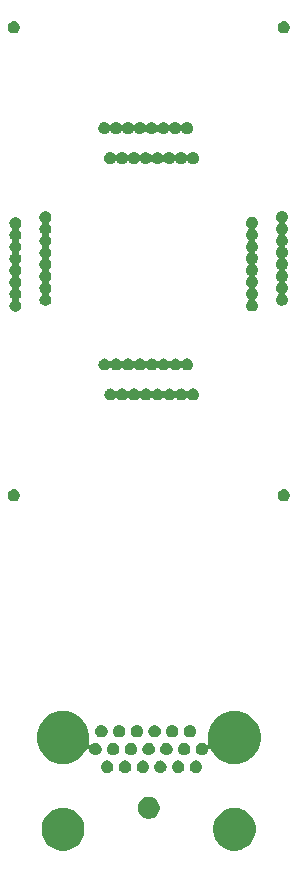
<source format=gbr>
G04 #@! TF.GenerationSoftware,KiCad,Pcbnew,5.1.2-1.fc30*
G04 #@! TF.CreationDate,2019-08-21T13:34:15+02:00*
G04 #@! TF.ProjectId,CarteScreening,43617274-6553-4637-9265-656e696e672e,rev?*
G04 #@! TF.SameCoordinates,Original*
G04 #@! TF.FileFunction,Soldermask,Top*
G04 #@! TF.FilePolarity,Negative*
%FSLAX46Y46*%
G04 Gerber Fmt 4.6, Leading zero omitted, Abs format (unit mm)*
G04 Created by KiCad (PCBNEW 5.1.2-1.fc30) date 2019-08-21 13:34:15*
%MOMM*%
%LPD*%
G04 APERTURE LIST*
%ADD10C,0.100000*%
G04 APERTURE END LIST*
D10*
G36*
X157657304Y-126322474D02*
G01*
X157774124Y-126345711D01*
X158104251Y-126482454D01*
X158401357Y-126680974D01*
X158654026Y-126933643D01*
X158852546Y-127230749D01*
X158989289Y-127560876D01*
X159059000Y-127911337D01*
X159059000Y-128268663D01*
X158989289Y-128619124D01*
X158852546Y-128949251D01*
X158654026Y-129246357D01*
X158401357Y-129499026D01*
X158104251Y-129697546D01*
X157774124Y-129834289D01*
X157657304Y-129857526D01*
X157423665Y-129904000D01*
X157066335Y-129904000D01*
X156832696Y-129857526D01*
X156715876Y-129834289D01*
X156385749Y-129697546D01*
X156088643Y-129499026D01*
X155835974Y-129246357D01*
X155637454Y-128949251D01*
X155500711Y-128619124D01*
X155431000Y-128268663D01*
X155431000Y-127911337D01*
X155500711Y-127560876D01*
X155637454Y-127230749D01*
X155835974Y-126933643D01*
X156088643Y-126680974D01*
X156385749Y-126482454D01*
X156715876Y-126345711D01*
X156832696Y-126322474D01*
X157066335Y-126276000D01*
X157423665Y-126276000D01*
X157657304Y-126322474D01*
X157657304Y-126322474D01*
G37*
G36*
X143157304Y-126322474D02*
G01*
X143274124Y-126345711D01*
X143604251Y-126482454D01*
X143901357Y-126680974D01*
X144154026Y-126933643D01*
X144352546Y-127230749D01*
X144489289Y-127560876D01*
X144559000Y-127911337D01*
X144559000Y-128268663D01*
X144489289Y-128619124D01*
X144352546Y-128949251D01*
X144154026Y-129246357D01*
X143901357Y-129499026D01*
X143604251Y-129697546D01*
X143274124Y-129834289D01*
X143157304Y-129857526D01*
X142923665Y-129904000D01*
X142566335Y-129904000D01*
X142332696Y-129857526D01*
X142215876Y-129834289D01*
X141885749Y-129697546D01*
X141588643Y-129499026D01*
X141335974Y-129246357D01*
X141137454Y-128949251D01*
X141000711Y-128619124D01*
X140931000Y-128268663D01*
X140931000Y-127911337D01*
X141000711Y-127560876D01*
X141137454Y-127230749D01*
X141335974Y-126933643D01*
X141588643Y-126680974D01*
X141885749Y-126482454D01*
X142215876Y-126345711D01*
X142332696Y-126322474D01*
X142566335Y-126276000D01*
X142923665Y-126276000D01*
X143157304Y-126322474D01*
X143157304Y-126322474D01*
G37*
G36*
X150265104Y-125399585D02*
G01*
X150433626Y-125469389D01*
X150585291Y-125570728D01*
X150714272Y-125699709D01*
X150815611Y-125851374D01*
X150885415Y-126019896D01*
X150921000Y-126198797D01*
X150921000Y-126381203D01*
X150885415Y-126560104D01*
X150815611Y-126728626D01*
X150714272Y-126880291D01*
X150585291Y-127009272D01*
X150433626Y-127110611D01*
X150265104Y-127180415D01*
X150086203Y-127216000D01*
X149903797Y-127216000D01*
X149724896Y-127180415D01*
X149556374Y-127110611D01*
X149404709Y-127009272D01*
X149275728Y-126880291D01*
X149174389Y-126728626D01*
X149104585Y-126560104D01*
X149069000Y-126381203D01*
X149069000Y-126198797D01*
X149104585Y-126019896D01*
X149174389Y-125851374D01*
X149275728Y-125699709D01*
X149404709Y-125570728D01*
X149556374Y-125469389D01*
X149724896Y-125399585D01*
X149903797Y-125364000D01*
X150086203Y-125364000D01*
X150265104Y-125399585D01*
X150265104Y-125399585D01*
G37*
G36*
X149648428Y-122284213D02*
G01*
X149744153Y-122323864D01*
X149830305Y-122381429D01*
X149903571Y-122454695D01*
X149961136Y-122540847D01*
X150000787Y-122636572D01*
X150021000Y-122738192D01*
X150021000Y-122841808D01*
X150000787Y-122943428D01*
X149961136Y-123039153D01*
X149903571Y-123125305D01*
X149830305Y-123198571D01*
X149744153Y-123256136D01*
X149648428Y-123295787D01*
X149546808Y-123316000D01*
X149443192Y-123316000D01*
X149341572Y-123295787D01*
X149245847Y-123256136D01*
X149159695Y-123198571D01*
X149086429Y-123125305D01*
X149028864Y-123039153D01*
X148989213Y-122943428D01*
X148969000Y-122841808D01*
X148969000Y-122738192D01*
X148989213Y-122636572D01*
X149028864Y-122540847D01*
X149086429Y-122454695D01*
X149159695Y-122381429D01*
X149245847Y-122323864D01*
X149341572Y-122284213D01*
X149443192Y-122264000D01*
X149546808Y-122264000D01*
X149648428Y-122284213D01*
X149648428Y-122284213D01*
G37*
G36*
X146648428Y-122284213D02*
G01*
X146744153Y-122323864D01*
X146830305Y-122381429D01*
X146903571Y-122454695D01*
X146961136Y-122540847D01*
X147000787Y-122636572D01*
X147021000Y-122738192D01*
X147021000Y-122841808D01*
X147000787Y-122943428D01*
X146961136Y-123039153D01*
X146903571Y-123125305D01*
X146830305Y-123198571D01*
X146744153Y-123256136D01*
X146648428Y-123295787D01*
X146546808Y-123316000D01*
X146443192Y-123316000D01*
X146341572Y-123295787D01*
X146245847Y-123256136D01*
X146159695Y-123198571D01*
X146086429Y-123125305D01*
X146028864Y-123039153D01*
X145989213Y-122943428D01*
X145969000Y-122841808D01*
X145969000Y-122738192D01*
X145989213Y-122636572D01*
X146028864Y-122540847D01*
X146086429Y-122454695D01*
X146159695Y-122381429D01*
X146245847Y-122323864D01*
X146341572Y-122284213D01*
X146443192Y-122264000D01*
X146546808Y-122264000D01*
X146648428Y-122284213D01*
X146648428Y-122284213D01*
G37*
G36*
X148148428Y-122284213D02*
G01*
X148244153Y-122323864D01*
X148330305Y-122381429D01*
X148403571Y-122454695D01*
X148461136Y-122540847D01*
X148500787Y-122636572D01*
X148521000Y-122738192D01*
X148521000Y-122841808D01*
X148500787Y-122943428D01*
X148461136Y-123039153D01*
X148403571Y-123125305D01*
X148330305Y-123198571D01*
X148244153Y-123256136D01*
X148148428Y-123295787D01*
X148046808Y-123316000D01*
X147943192Y-123316000D01*
X147841572Y-123295787D01*
X147745847Y-123256136D01*
X147659695Y-123198571D01*
X147586429Y-123125305D01*
X147528864Y-123039153D01*
X147489213Y-122943428D01*
X147469000Y-122841808D01*
X147469000Y-122738192D01*
X147489213Y-122636572D01*
X147528864Y-122540847D01*
X147586429Y-122454695D01*
X147659695Y-122381429D01*
X147745847Y-122323864D01*
X147841572Y-122284213D01*
X147943192Y-122264000D01*
X148046808Y-122264000D01*
X148148428Y-122284213D01*
X148148428Y-122284213D01*
G37*
G36*
X154148428Y-122284213D02*
G01*
X154244153Y-122323864D01*
X154330305Y-122381429D01*
X154403571Y-122454695D01*
X154461136Y-122540847D01*
X154500787Y-122636572D01*
X154521000Y-122738192D01*
X154521000Y-122841808D01*
X154500787Y-122943428D01*
X154461136Y-123039153D01*
X154403571Y-123125305D01*
X154330305Y-123198571D01*
X154244153Y-123256136D01*
X154148428Y-123295787D01*
X154046808Y-123316000D01*
X153943192Y-123316000D01*
X153841572Y-123295787D01*
X153745847Y-123256136D01*
X153659695Y-123198571D01*
X153586429Y-123125305D01*
X153528864Y-123039153D01*
X153489213Y-122943428D01*
X153469000Y-122841808D01*
X153469000Y-122738192D01*
X153489213Y-122636572D01*
X153528864Y-122540847D01*
X153586429Y-122454695D01*
X153659695Y-122381429D01*
X153745847Y-122323864D01*
X153841572Y-122284213D01*
X153943192Y-122264000D01*
X154046808Y-122264000D01*
X154148428Y-122284213D01*
X154148428Y-122284213D01*
G37*
G36*
X151148428Y-122284213D02*
G01*
X151244153Y-122323864D01*
X151330305Y-122381429D01*
X151403571Y-122454695D01*
X151461136Y-122540847D01*
X151500787Y-122636572D01*
X151521000Y-122738192D01*
X151521000Y-122841808D01*
X151500787Y-122943428D01*
X151461136Y-123039153D01*
X151403571Y-123125305D01*
X151330305Y-123198571D01*
X151244153Y-123256136D01*
X151148428Y-123295787D01*
X151046808Y-123316000D01*
X150943192Y-123316000D01*
X150841572Y-123295787D01*
X150745847Y-123256136D01*
X150659695Y-123198571D01*
X150586429Y-123125305D01*
X150528864Y-123039153D01*
X150489213Y-122943428D01*
X150469000Y-122841808D01*
X150469000Y-122738192D01*
X150489213Y-122636572D01*
X150528864Y-122540847D01*
X150586429Y-122454695D01*
X150659695Y-122381429D01*
X150745847Y-122323864D01*
X150841572Y-122284213D01*
X150943192Y-122264000D01*
X151046808Y-122264000D01*
X151148428Y-122284213D01*
X151148428Y-122284213D01*
G37*
G36*
X152648428Y-122284213D02*
G01*
X152744153Y-122323864D01*
X152830305Y-122381429D01*
X152903571Y-122454695D01*
X152961136Y-122540847D01*
X153000787Y-122636572D01*
X153021000Y-122738192D01*
X153021000Y-122841808D01*
X153000787Y-122943428D01*
X152961136Y-123039153D01*
X152903571Y-123125305D01*
X152830305Y-123198571D01*
X152744153Y-123256136D01*
X152648428Y-123295787D01*
X152546808Y-123316000D01*
X152443192Y-123316000D01*
X152341572Y-123295787D01*
X152245847Y-123256136D01*
X152159695Y-123198571D01*
X152086429Y-123125305D01*
X152028864Y-123039153D01*
X151989213Y-122943428D01*
X151969000Y-122841808D01*
X151969000Y-122738192D01*
X151989213Y-122636572D01*
X152028864Y-122540847D01*
X152086429Y-122454695D01*
X152159695Y-122381429D01*
X152245847Y-122323864D01*
X152341572Y-122284213D01*
X152443192Y-122264000D01*
X152546808Y-122264000D01*
X152648428Y-122284213D01*
X152648428Y-122284213D01*
G37*
G36*
X143072417Y-118118380D02*
G01*
X143396342Y-118182812D01*
X143802722Y-118351141D01*
X144168455Y-118595515D01*
X144479485Y-118906545D01*
X144723859Y-119272278D01*
X144892188Y-119678658D01*
X144978000Y-120110069D01*
X144978000Y-120549931D01*
X144930962Y-120786407D01*
X144928561Y-120810788D01*
X144930963Y-120835174D01*
X144938076Y-120858623D01*
X144949627Y-120880234D01*
X144965172Y-120899176D01*
X144984114Y-120914721D01*
X145005725Y-120926272D01*
X145029174Y-120933385D01*
X145053560Y-120935787D01*
X145077946Y-120933385D01*
X145101395Y-120926272D01*
X145123006Y-120914721D01*
X145141948Y-120899176D01*
X145159695Y-120881429D01*
X145245847Y-120823864D01*
X145341572Y-120784213D01*
X145443192Y-120764000D01*
X145546808Y-120764000D01*
X145648428Y-120784213D01*
X145744153Y-120823864D01*
X145830305Y-120881429D01*
X145903571Y-120954695D01*
X145961136Y-121040847D01*
X146000787Y-121136572D01*
X146021000Y-121238192D01*
X146021000Y-121341808D01*
X146000787Y-121443428D01*
X145961136Y-121539153D01*
X145903571Y-121625305D01*
X145830305Y-121698571D01*
X145744153Y-121756136D01*
X145648428Y-121795787D01*
X145546808Y-121816000D01*
X145443192Y-121816000D01*
X145341572Y-121795787D01*
X145245847Y-121756136D01*
X145159695Y-121698571D01*
X145086429Y-121625305D01*
X145028864Y-121539153D01*
X144989213Y-121443427D01*
X144976030Y-121377152D01*
X144968917Y-121353703D01*
X144957366Y-121332092D01*
X144941821Y-121313150D01*
X144922879Y-121297605D01*
X144901268Y-121286054D01*
X144877819Y-121278941D01*
X144853433Y-121276539D01*
X144829047Y-121278941D01*
X144805598Y-121286054D01*
X144783987Y-121297605D01*
X144765045Y-121313150D01*
X144749500Y-121332092D01*
X144737953Y-121353697D01*
X144723859Y-121387722D01*
X144479485Y-121753455D01*
X144168455Y-122064485D01*
X143802722Y-122308859D01*
X143396342Y-122477188D01*
X143076308Y-122540846D01*
X142964933Y-122563000D01*
X142525067Y-122563000D01*
X142413692Y-122540846D01*
X142093658Y-122477188D01*
X141687278Y-122308859D01*
X141321545Y-122064485D01*
X141010515Y-121753455D01*
X140766141Y-121387722D01*
X140597812Y-120981342D01*
X140512000Y-120549931D01*
X140512000Y-120110069D01*
X140597812Y-119678658D01*
X140766141Y-119272278D01*
X141010515Y-118906545D01*
X141321545Y-118595515D01*
X141687278Y-118351141D01*
X142093658Y-118182812D01*
X142417583Y-118118380D01*
X142525067Y-118097000D01*
X142964933Y-118097000D01*
X143072417Y-118118380D01*
X143072417Y-118118380D01*
G37*
G36*
X157572417Y-118118380D02*
G01*
X157896342Y-118182812D01*
X158302722Y-118351141D01*
X158668455Y-118595515D01*
X158979485Y-118906545D01*
X159223859Y-119272278D01*
X159392188Y-119678658D01*
X159478000Y-120110069D01*
X159478000Y-120549931D01*
X159392188Y-120981342D01*
X159223859Y-121387722D01*
X158979485Y-121753455D01*
X158668455Y-122064485D01*
X158302722Y-122308859D01*
X157896342Y-122477188D01*
X157576308Y-122540846D01*
X157464933Y-122563000D01*
X157025067Y-122563000D01*
X156913692Y-122540846D01*
X156593658Y-122477188D01*
X156187278Y-122308859D01*
X155821545Y-122064485D01*
X155510515Y-121753455D01*
X155266141Y-121387722D01*
X155252047Y-121353697D01*
X155240500Y-121332093D01*
X155224955Y-121313151D01*
X155206013Y-121297606D01*
X155184403Y-121286054D01*
X155160954Y-121278941D01*
X155136568Y-121276539D01*
X155112182Y-121278941D01*
X155088733Y-121286054D01*
X155067122Y-121297605D01*
X155048180Y-121313150D01*
X155032635Y-121332092D01*
X155021083Y-121353702D01*
X155013970Y-121377152D01*
X155000787Y-121443427D01*
X154961136Y-121539153D01*
X154903571Y-121625305D01*
X154830305Y-121698571D01*
X154744153Y-121756136D01*
X154648428Y-121795787D01*
X154546808Y-121816000D01*
X154443192Y-121816000D01*
X154341572Y-121795787D01*
X154245847Y-121756136D01*
X154159695Y-121698571D01*
X154086429Y-121625305D01*
X154028864Y-121539153D01*
X153989213Y-121443428D01*
X153969000Y-121341808D01*
X153969000Y-121238192D01*
X153989213Y-121136572D01*
X154028864Y-121040847D01*
X154086429Y-120954695D01*
X154159695Y-120881429D01*
X154245847Y-120823864D01*
X154341572Y-120784213D01*
X154443192Y-120764000D01*
X154546808Y-120764000D01*
X154648428Y-120784213D01*
X154744153Y-120823864D01*
X154830305Y-120881429D01*
X154848052Y-120899176D01*
X154866994Y-120914721D01*
X154888605Y-120926272D01*
X154912054Y-120933385D01*
X154936440Y-120935787D01*
X154960826Y-120933385D01*
X154984275Y-120926272D01*
X155005886Y-120914721D01*
X155024828Y-120899176D01*
X155040373Y-120880234D01*
X155051924Y-120858623D01*
X155059037Y-120835174D01*
X155061439Y-120810788D01*
X155059038Y-120786407D01*
X155012000Y-120549931D01*
X155012000Y-120110069D01*
X155097812Y-119678658D01*
X155266141Y-119272278D01*
X155510515Y-118906545D01*
X155821545Y-118595515D01*
X156187278Y-118351141D01*
X156593658Y-118182812D01*
X156917583Y-118118380D01*
X157025067Y-118097000D01*
X157464933Y-118097000D01*
X157572417Y-118118380D01*
X157572417Y-118118380D01*
G37*
G36*
X153148428Y-120784213D02*
G01*
X153244153Y-120823864D01*
X153330305Y-120881429D01*
X153403571Y-120954695D01*
X153461136Y-121040847D01*
X153500787Y-121136572D01*
X153521000Y-121238192D01*
X153521000Y-121341808D01*
X153500787Y-121443428D01*
X153461136Y-121539153D01*
X153403571Y-121625305D01*
X153330305Y-121698571D01*
X153244153Y-121756136D01*
X153148428Y-121795787D01*
X153046808Y-121816000D01*
X152943192Y-121816000D01*
X152841572Y-121795787D01*
X152745847Y-121756136D01*
X152659695Y-121698571D01*
X152586429Y-121625305D01*
X152528864Y-121539153D01*
X152489213Y-121443428D01*
X152469000Y-121341808D01*
X152469000Y-121238192D01*
X152489213Y-121136572D01*
X152528864Y-121040847D01*
X152586429Y-120954695D01*
X152659695Y-120881429D01*
X152745847Y-120823864D01*
X152841572Y-120784213D01*
X152943192Y-120764000D01*
X153046808Y-120764000D01*
X153148428Y-120784213D01*
X153148428Y-120784213D01*
G37*
G36*
X151648428Y-120784213D02*
G01*
X151744153Y-120823864D01*
X151830305Y-120881429D01*
X151903571Y-120954695D01*
X151961136Y-121040847D01*
X152000787Y-121136572D01*
X152021000Y-121238192D01*
X152021000Y-121341808D01*
X152000787Y-121443428D01*
X151961136Y-121539153D01*
X151903571Y-121625305D01*
X151830305Y-121698571D01*
X151744153Y-121756136D01*
X151648428Y-121795787D01*
X151546808Y-121816000D01*
X151443192Y-121816000D01*
X151341572Y-121795787D01*
X151245847Y-121756136D01*
X151159695Y-121698571D01*
X151086429Y-121625305D01*
X151028864Y-121539153D01*
X150989213Y-121443428D01*
X150969000Y-121341808D01*
X150969000Y-121238192D01*
X150989213Y-121136572D01*
X151028864Y-121040847D01*
X151086429Y-120954695D01*
X151159695Y-120881429D01*
X151245847Y-120823864D01*
X151341572Y-120784213D01*
X151443192Y-120764000D01*
X151546808Y-120764000D01*
X151648428Y-120784213D01*
X151648428Y-120784213D01*
G37*
G36*
X150148428Y-120784213D02*
G01*
X150244153Y-120823864D01*
X150330305Y-120881429D01*
X150403571Y-120954695D01*
X150461136Y-121040847D01*
X150500787Y-121136572D01*
X150521000Y-121238192D01*
X150521000Y-121341808D01*
X150500787Y-121443428D01*
X150461136Y-121539153D01*
X150403571Y-121625305D01*
X150330305Y-121698571D01*
X150244153Y-121756136D01*
X150148428Y-121795787D01*
X150046808Y-121816000D01*
X149943192Y-121816000D01*
X149841572Y-121795787D01*
X149745847Y-121756136D01*
X149659695Y-121698571D01*
X149586429Y-121625305D01*
X149528864Y-121539153D01*
X149489213Y-121443428D01*
X149469000Y-121341808D01*
X149469000Y-121238192D01*
X149489213Y-121136572D01*
X149528864Y-121040847D01*
X149586429Y-120954695D01*
X149659695Y-120881429D01*
X149745847Y-120823864D01*
X149841572Y-120784213D01*
X149943192Y-120764000D01*
X150046808Y-120764000D01*
X150148428Y-120784213D01*
X150148428Y-120784213D01*
G37*
G36*
X148648428Y-120784213D02*
G01*
X148744153Y-120823864D01*
X148830305Y-120881429D01*
X148903571Y-120954695D01*
X148961136Y-121040847D01*
X149000787Y-121136572D01*
X149021000Y-121238192D01*
X149021000Y-121341808D01*
X149000787Y-121443428D01*
X148961136Y-121539153D01*
X148903571Y-121625305D01*
X148830305Y-121698571D01*
X148744153Y-121756136D01*
X148648428Y-121795787D01*
X148546808Y-121816000D01*
X148443192Y-121816000D01*
X148341572Y-121795787D01*
X148245847Y-121756136D01*
X148159695Y-121698571D01*
X148086429Y-121625305D01*
X148028864Y-121539153D01*
X147989213Y-121443428D01*
X147969000Y-121341808D01*
X147969000Y-121238192D01*
X147989213Y-121136572D01*
X148028864Y-121040847D01*
X148086429Y-120954695D01*
X148159695Y-120881429D01*
X148245847Y-120823864D01*
X148341572Y-120784213D01*
X148443192Y-120764000D01*
X148546808Y-120764000D01*
X148648428Y-120784213D01*
X148648428Y-120784213D01*
G37*
G36*
X147148428Y-120784213D02*
G01*
X147244153Y-120823864D01*
X147330305Y-120881429D01*
X147403571Y-120954695D01*
X147461136Y-121040847D01*
X147500787Y-121136572D01*
X147521000Y-121238192D01*
X147521000Y-121341808D01*
X147500787Y-121443428D01*
X147461136Y-121539153D01*
X147403571Y-121625305D01*
X147330305Y-121698571D01*
X147244153Y-121756136D01*
X147148428Y-121795787D01*
X147046808Y-121816000D01*
X146943192Y-121816000D01*
X146841572Y-121795787D01*
X146745847Y-121756136D01*
X146659695Y-121698571D01*
X146586429Y-121625305D01*
X146528864Y-121539153D01*
X146489213Y-121443428D01*
X146469000Y-121341808D01*
X146469000Y-121238192D01*
X146489213Y-121136572D01*
X146528864Y-121040847D01*
X146586429Y-120954695D01*
X146659695Y-120881429D01*
X146745847Y-120823864D01*
X146841572Y-120784213D01*
X146943192Y-120764000D01*
X147046808Y-120764000D01*
X147148428Y-120784213D01*
X147148428Y-120784213D01*
G37*
G36*
X152148428Y-119284213D02*
G01*
X152244153Y-119323864D01*
X152330305Y-119381429D01*
X152403571Y-119454695D01*
X152461136Y-119540847D01*
X152500787Y-119636572D01*
X152521000Y-119738192D01*
X152521000Y-119841808D01*
X152500787Y-119943428D01*
X152461136Y-120039153D01*
X152403571Y-120125305D01*
X152330305Y-120198571D01*
X152244153Y-120256136D01*
X152148428Y-120295787D01*
X152046808Y-120316000D01*
X151943192Y-120316000D01*
X151841572Y-120295787D01*
X151745847Y-120256136D01*
X151659695Y-120198571D01*
X151586429Y-120125305D01*
X151528864Y-120039153D01*
X151489213Y-119943428D01*
X151469000Y-119841808D01*
X151469000Y-119738192D01*
X151489213Y-119636572D01*
X151528864Y-119540847D01*
X151586429Y-119454695D01*
X151659695Y-119381429D01*
X151745847Y-119323864D01*
X151841572Y-119284213D01*
X151943192Y-119264000D01*
X152046808Y-119264000D01*
X152148428Y-119284213D01*
X152148428Y-119284213D01*
G37*
G36*
X153648428Y-119284213D02*
G01*
X153744153Y-119323864D01*
X153830305Y-119381429D01*
X153903571Y-119454695D01*
X153961136Y-119540847D01*
X154000787Y-119636572D01*
X154021000Y-119738192D01*
X154021000Y-119841808D01*
X154000787Y-119943428D01*
X153961136Y-120039153D01*
X153903571Y-120125305D01*
X153830305Y-120198571D01*
X153744153Y-120256136D01*
X153648428Y-120295787D01*
X153546808Y-120316000D01*
X153443192Y-120316000D01*
X153341572Y-120295787D01*
X153245847Y-120256136D01*
X153159695Y-120198571D01*
X153086429Y-120125305D01*
X153028864Y-120039153D01*
X152989213Y-119943428D01*
X152969000Y-119841808D01*
X152969000Y-119738192D01*
X152989213Y-119636572D01*
X153028864Y-119540847D01*
X153086429Y-119454695D01*
X153159695Y-119381429D01*
X153245847Y-119323864D01*
X153341572Y-119284213D01*
X153443192Y-119264000D01*
X153546808Y-119264000D01*
X153648428Y-119284213D01*
X153648428Y-119284213D01*
G37*
G36*
X149148428Y-119284213D02*
G01*
X149244153Y-119323864D01*
X149330305Y-119381429D01*
X149403571Y-119454695D01*
X149461136Y-119540847D01*
X149500787Y-119636572D01*
X149521000Y-119738192D01*
X149521000Y-119841808D01*
X149500787Y-119943428D01*
X149461136Y-120039153D01*
X149403571Y-120125305D01*
X149330305Y-120198571D01*
X149244153Y-120256136D01*
X149148428Y-120295787D01*
X149046808Y-120316000D01*
X148943192Y-120316000D01*
X148841572Y-120295787D01*
X148745847Y-120256136D01*
X148659695Y-120198571D01*
X148586429Y-120125305D01*
X148528864Y-120039153D01*
X148489213Y-119943428D01*
X148469000Y-119841808D01*
X148469000Y-119738192D01*
X148489213Y-119636572D01*
X148528864Y-119540847D01*
X148586429Y-119454695D01*
X148659695Y-119381429D01*
X148745847Y-119323864D01*
X148841572Y-119284213D01*
X148943192Y-119264000D01*
X149046808Y-119264000D01*
X149148428Y-119284213D01*
X149148428Y-119284213D01*
G37*
G36*
X146148428Y-119284213D02*
G01*
X146244153Y-119323864D01*
X146330305Y-119381429D01*
X146403571Y-119454695D01*
X146461136Y-119540847D01*
X146500787Y-119636572D01*
X146521000Y-119738192D01*
X146521000Y-119841808D01*
X146500787Y-119943428D01*
X146461136Y-120039153D01*
X146403571Y-120125305D01*
X146330305Y-120198571D01*
X146244153Y-120256136D01*
X146148428Y-120295787D01*
X146046808Y-120316000D01*
X145943192Y-120316000D01*
X145841572Y-120295787D01*
X145745847Y-120256136D01*
X145659695Y-120198571D01*
X145586429Y-120125305D01*
X145528864Y-120039153D01*
X145489213Y-119943428D01*
X145469000Y-119841808D01*
X145469000Y-119738192D01*
X145489213Y-119636572D01*
X145528864Y-119540847D01*
X145586429Y-119454695D01*
X145659695Y-119381429D01*
X145745847Y-119323864D01*
X145841572Y-119284213D01*
X145943192Y-119264000D01*
X146046808Y-119264000D01*
X146148428Y-119284213D01*
X146148428Y-119284213D01*
G37*
G36*
X150648428Y-119284213D02*
G01*
X150744153Y-119323864D01*
X150830305Y-119381429D01*
X150903571Y-119454695D01*
X150961136Y-119540847D01*
X151000787Y-119636572D01*
X151021000Y-119738192D01*
X151021000Y-119841808D01*
X151000787Y-119943428D01*
X150961136Y-120039153D01*
X150903571Y-120125305D01*
X150830305Y-120198571D01*
X150744153Y-120256136D01*
X150648428Y-120295787D01*
X150546808Y-120316000D01*
X150443192Y-120316000D01*
X150341572Y-120295787D01*
X150245847Y-120256136D01*
X150159695Y-120198571D01*
X150086429Y-120125305D01*
X150028864Y-120039153D01*
X149989213Y-119943428D01*
X149969000Y-119841808D01*
X149969000Y-119738192D01*
X149989213Y-119636572D01*
X150028864Y-119540847D01*
X150086429Y-119454695D01*
X150159695Y-119381429D01*
X150245847Y-119323864D01*
X150341572Y-119284213D01*
X150443192Y-119264000D01*
X150546808Y-119264000D01*
X150648428Y-119284213D01*
X150648428Y-119284213D01*
G37*
G36*
X147648428Y-119284213D02*
G01*
X147744153Y-119323864D01*
X147830305Y-119381429D01*
X147903571Y-119454695D01*
X147961136Y-119540847D01*
X148000787Y-119636572D01*
X148021000Y-119738192D01*
X148021000Y-119841808D01*
X148000787Y-119943428D01*
X147961136Y-120039153D01*
X147903571Y-120125305D01*
X147830305Y-120198571D01*
X147744153Y-120256136D01*
X147648428Y-120295787D01*
X147546808Y-120316000D01*
X147443192Y-120316000D01*
X147341572Y-120295787D01*
X147245847Y-120256136D01*
X147159695Y-120198571D01*
X147086429Y-120125305D01*
X147028864Y-120039153D01*
X146989213Y-119943428D01*
X146969000Y-119841808D01*
X146969000Y-119738192D01*
X146989213Y-119636572D01*
X147028864Y-119540847D01*
X147086429Y-119454695D01*
X147159695Y-119381429D01*
X147245847Y-119323864D01*
X147341572Y-119284213D01*
X147443192Y-119264000D01*
X147546808Y-119264000D01*
X147648428Y-119284213D01*
X147648428Y-119284213D01*
G37*
G36*
X161578236Y-99323329D02*
G01*
X161670721Y-99361638D01*
X161670723Y-99361639D01*
X161753959Y-99417255D01*
X161824745Y-99488041D01*
X161880361Y-99571277D01*
X161880362Y-99571279D01*
X161918671Y-99663764D01*
X161938200Y-99761945D01*
X161938200Y-99862055D01*
X161918671Y-99960236D01*
X161880362Y-100052721D01*
X161880361Y-100052723D01*
X161824745Y-100135959D01*
X161753959Y-100206745D01*
X161670723Y-100262361D01*
X161670722Y-100262362D01*
X161670721Y-100262362D01*
X161578236Y-100300671D01*
X161480055Y-100320200D01*
X161379945Y-100320200D01*
X161281764Y-100300671D01*
X161189279Y-100262362D01*
X161189278Y-100262362D01*
X161189277Y-100262361D01*
X161106041Y-100206745D01*
X161035255Y-100135959D01*
X160979639Y-100052723D01*
X160979638Y-100052721D01*
X160941329Y-99960236D01*
X160921800Y-99862055D01*
X160921800Y-99761945D01*
X160941329Y-99663764D01*
X160979638Y-99571279D01*
X160979639Y-99571277D01*
X161035255Y-99488041D01*
X161106041Y-99417255D01*
X161189277Y-99361639D01*
X161189279Y-99361638D01*
X161281764Y-99323329D01*
X161379945Y-99303800D01*
X161480055Y-99303800D01*
X161578236Y-99323329D01*
X161578236Y-99323329D01*
G37*
G36*
X138718236Y-99323329D02*
G01*
X138810721Y-99361638D01*
X138810723Y-99361639D01*
X138893959Y-99417255D01*
X138964745Y-99488041D01*
X139020361Y-99571277D01*
X139020362Y-99571279D01*
X139058671Y-99663764D01*
X139078200Y-99761945D01*
X139078200Y-99862055D01*
X139058671Y-99960236D01*
X139020362Y-100052721D01*
X139020361Y-100052723D01*
X138964745Y-100135959D01*
X138893959Y-100206745D01*
X138810723Y-100262361D01*
X138810722Y-100262362D01*
X138810721Y-100262362D01*
X138718236Y-100300671D01*
X138620055Y-100320200D01*
X138519945Y-100320200D01*
X138421764Y-100300671D01*
X138329279Y-100262362D01*
X138329278Y-100262362D01*
X138329277Y-100262361D01*
X138246041Y-100206745D01*
X138175255Y-100135959D01*
X138119639Y-100052723D01*
X138119638Y-100052721D01*
X138081329Y-99960236D01*
X138061800Y-99862055D01*
X138061800Y-99761945D01*
X138081329Y-99663764D01*
X138119638Y-99571279D01*
X138119639Y-99571277D01*
X138175255Y-99488041D01*
X138246041Y-99417255D01*
X138329277Y-99361639D01*
X138329279Y-99361638D01*
X138421764Y-99323329D01*
X138519945Y-99303800D01*
X138620055Y-99303800D01*
X138718236Y-99323329D01*
X138718236Y-99323329D01*
G37*
G36*
X146902116Y-90788929D02*
G01*
X146994601Y-90827238D01*
X146994603Y-90827239D01*
X147077839Y-90882855D01*
X147148625Y-90953641D01*
X147150330Y-90956192D01*
X147165872Y-90975131D01*
X147184814Y-90990676D01*
X147206425Y-91002227D01*
X147229874Y-91009340D01*
X147254260Y-91011742D01*
X147278646Y-91009340D01*
X147302095Y-91002227D01*
X147323706Y-90990676D01*
X147342648Y-90975131D01*
X147358190Y-90956192D01*
X147359895Y-90953641D01*
X147430681Y-90882855D01*
X147513917Y-90827239D01*
X147513919Y-90827238D01*
X147606404Y-90788929D01*
X147704585Y-90769400D01*
X147804695Y-90769400D01*
X147902876Y-90788929D01*
X147995361Y-90827238D01*
X147995363Y-90827239D01*
X148078599Y-90882855D01*
X148149385Y-90953641D01*
X148151090Y-90956192D01*
X148166632Y-90975131D01*
X148185574Y-90990676D01*
X148207185Y-91002227D01*
X148230634Y-91009340D01*
X148255020Y-91011742D01*
X148279406Y-91009340D01*
X148302855Y-91002227D01*
X148324466Y-90990676D01*
X148343408Y-90975131D01*
X148358950Y-90956192D01*
X148360655Y-90953641D01*
X148431441Y-90882855D01*
X148514677Y-90827239D01*
X148514679Y-90827238D01*
X148607164Y-90788929D01*
X148705345Y-90769400D01*
X148805455Y-90769400D01*
X148903636Y-90788929D01*
X148996121Y-90827238D01*
X148996123Y-90827239D01*
X149079359Y-90882855D01*
X149150145Y-90953641D01*
X149151850Y-90956192D01*
X149167392Y-90975131D01*
X149186334Y-90990676D01*
X149207945Y-91002227D01*
X149231394Y-91009340D01*
X149255780Y-91011742D01*
X149280166Y-91009340D01*
X149303615Y-91002227D01*
X149325226Y-90990676D01*
X149344168Y-90975131D01*
X149359710Y-90956192D01*
X149361415Y-90953641D01*
X149432201Y-90882855D01*
X149515437Y-90827239D01*
X149515439Y-90827238D01*
X149607924Y-90788929D01*
X149706105Y-90769400D01*
X149806215Y-90769400D01*
X149904396Y-90788929D01*
X149996881Y-90827238D01*
X149996883Y-90827239D01*
X150080119Y-90882855D01*
X150150905Y-90953641D01*
X150152610Y-90956192D01*
X150168152Y-90975131D01*
X150187094Y-90990676D01*
X150208705Y-91002227D01*
X150232154Y-91009340D01*
X150256540Y-91011742D01*
X150280926Y-91009340D01*
X150304375Y-91002227D01*
X150325986Y-90990676D01*
X150344928Y-90975131D01*
X150360470Y-90956192D01*
X150362175Y-90953641D01*
X150432961Y-90882855D01*
X150516197Y-90827239D01*
X150516199Y-90827238D01*
X150608684Y-90788929D01*
X150706865Y-90769400D01*
X150806975Y-90769400D01*
X150905156Y-90788929D01*
X150997641Y-90827238D01*
X150997643Y-90827239D01*
X151080879Y-90882855D01*
X151151665Y-90953641D01*
X151153370Y-90956192D01*
X151168912Y-90975131D01*
X151187854Y-90990676D01*
X151209465Y-91002227D01*
X151232914Y-91009340D01*
X151257300Y-91011742D01*
X151281686Y-91009340D01*
X151305135Y-91002227D01*
X151326746Y-90990676D01*
X151345688Y-90975131D01*
X151361230Y-90956192D01*
X151362935Y-90953641D01*
X151433721Y-90882855D01*
X151516957Y-90827239D01*
X151516959Y-90827238D01*
X151609444Y-90788929D01*
X151707625Y-90769400D01*
X151807735Y-90769400D01*
X151905916Y-90788929D01*
X151998401Y-90827238D01*
X151998403Y-90827239D01*
X152081639Y-90882855D01*
X152152425Y-90953641D01*
X152154130Y-90956192D01*
X152169672Y-90975131D01*
X152188614Y-90990676D01*
X152210225Y-91002227D01*
X152233674Y-91009340D01*
X152258060Y-91011742D01*
X152282446Y-91009340D01*
X152305895Y-91002227D01*
X152327506Y-90990676D01*
X152346448Y-90975131D01*
X152361990Y-90956192D01*
X152363695Y-90953641D01*
X152434481Y-90882855D01*
X152517717Y-90827239D01*
X152517719Y-90827238D01*
X152610204Y-90788929D01*
X152708385Y-90769400D01*
X152808495Y-90769400D01*
X152906676Y-90788929D01*
X152999161Y-90827238D01*
X152999163Y-90827239D01*
X153082399Y-90882855D01*
X153153185Y-90953641D01*
X153154890Y-90956192D01*
X153170432Y-90975131D01*
X153189374Y-90990676D01*
X153210985Y-91002227D01*
X153234434Y-91009340D01*
X153258820Y-91011742D01*
X153283206Y-91009340D01*
X153306655Y-91002227D01*
X153328266Y-90990676D01*
X153347208Y-90975131D01*
X153362750Y-90956192D01*
X153364455Y-90953641D01*
X153435241Y-90882855D01*
X153518477Y-90827239D01*
X153518479Y-90827238D01*
X153610964Y-90788929D01*
X153709145Y-90769400D01*
X153809255Y-90769400D01*
X153907436Y-90788929D01*
X153999921Y-90827238D01*
X153999923Y-90827239D01*
X154083159Y-90882855D01*
X154153945Y-90953641D01*
X154192766Y-91011742D01*
X154209562Y-91036879D01*
X154247871Y-91129364D01*
X154267400Y-91227545D01*
X154267400Y-91327655D01*
X154247871Y-91425836D01*
X154209562Y-91518321D01*
X154209561Y-91518323D01*
X154153945Y-91601559D01*
X154083159Y-91672345D01*
X153999923Y-91727961D01*
X153999922Y-91727962D01*
X153999921Y-91727962D01*
X153907436Y-91766271D01*
X153809255Y-91785800D01*
X153709145Y-91785800D01*
X153610964Y-91766271D01*
X153518479Y-91727962D01*
X153518478Y-91727962D01*
X153518477Y-91727961D01*
X153435241Y-91672345D01*
X153364455Y-91601559D01*
X153362750Y-91599008D01*
X153347208Y-91580069D01*
X153328266Y-91564524D01*
X153306655Y-91552973D01*
X153283206Y-91545860D01*
X153258820Y-91543458D01*
X153234434Y-91545860D01*
X153210985Y-91552973D01*
X153189374Y-91564524D01*
X153170432Y-91580069D01*
X153154890Y-91599008D01*
X153153185Y-91601559D01*
X153082399Y-91672345D01*
X152999163Y-91727961D01*
X152999162Y-91727962D01*
X152999161Y-91727962D01*
X152906676Y-91766271D01*
X152808495Y-91785800D01*
X152708385Y-91785800D01*
X152610204Y-91766271D01*
X152517719Y-91727962D01*
X152517718Y-91727962D01*
X152517717Y-91727961D01*
X152434481Y-91672345D01*
X152363695Y-91601559D01*
X152361990Y-91599008D01*
X152346448Y-91580069D01*
X152327506Y-91564524D01*
X152305895Y-91552973D01*
X152282446Y-91545860D01*
X152258060Y-91543458D01*
X152233674Y-91545860D01*
X152210225Y-91552973D01*
X152188614Y-91564524D01*
X152169672Y-91580069D01*
X152154130Y-91599008D01*
X152152425Y-91601559D01*
X152081639Y-91672345D01*
X151998403Y-91727961D01*
X151998402Y-91727962D01*
X151998401Y-91727962D01*
X151905916Y-91766271D01*
X151807735Y-91785800D01*
X151707625Y-91785800D01*
X151609444Y-91766271D01*
X151516959Y-91727962D01*
X151516958Y-91727962D01*
X151516957Y-91727961D01*
X151433721Y-91672345D01*
X151362935Y-91601559D01*
X151361230Y-91599008D01*
X151345688Y-91580069D01*
X151326746Y-91564524D01*
X151305135Y-91552973D01*
X151281686Y-91545860D01*
X151257300Y-91543458D01*
X151232914Y-91545860D01*
X151209465Y-91552973D01*
X151187854Y-91564524D01*
X151168912Y-91580069D01*
X151153370Y-91599008D01*
X151151665Y-91601559D01*
X151080879Y-91672345D01*
X150997643Y-91727961D01*
X150997642Y-91727962D01*
X150997641Y-91727962D01*
X150905156Y-91766271D01*
X150806975Y-91785800D01*
X150706865Y-91785800D01*
X150608684Y-91766271D01*
X150516199Y-91727962D01*
X150516198Y-91727962D01*
X150516197Y-91727961D01*
X150432961Y-91672345D01*
X150362175Y-91601559D01*
X150360470Y-91599008D01*
X150344928Y-91580069D01*
X150325986Y-91564524D01*
X150304375Y-91552973D01*
X150280926Y-91545860D01*
X150256540Y-91543458D01*
X150232154Y-91545860D01*
X150208705Y-91552973D01*
X150187094Y-91564524D01*
X150168152Y-91580069D01*
X150152610Y-91599008D01*
X150150905Y-91601559D01*
X150080119Y-91672345D01*
X149996883Y-91727961D01*
X149996882Y-91727962D01*
X149996881Y-91727962D01*
X149904396Y-91766271D01*
X149806215Y-91785800D01*
X149706105Y-91785800D01*
X149607924Y-91766271D01*
X149515439Y-91727962D01*
X149515438Y-91727962D01*
X149515437Y-91727961D01*
X149432201Y-91672345D01*
X149361415Y-91601559D01*
X149359710Y-91599008D01*
X149344168Y-91580069D01*
X149325226Y-91564524D01*
X149303615Y-91552973D01*
X149280166Y-91545860D01*
X149255780Y-91543458D01*
X149231394Y-91545860D01*
X149207945Y-91552973D01*
X149186334Y-91564524D01*
X149167392Y-91580069D01*
X149151850Y-91599008D01*
X149150145Y-91601559D01*
X149079359Y-91672345D01*
X148996123Y-91727961D01*
X148996122Y-91727962D01*
X148996121Y-91727962D01*
X148903636Y-91766271D01*
X148805455Y-91785800D01*
X148705345Y-91785800D01*
X148607164Y-91766271D01*
X148514679Y-91727962D01*
X148514678Y-91727962D01*
X148514677Y-91727961D01*
X148431441Y-91672345D01*
X148360655Y-91601559D01*
X148358950Y-91599008D01*
X148343408Y-91580069D01*
X148324466Y-91564524D01*
X148302855Y-91552973D01*
X148279406Y-91545860D01*
X148255020Y-91543458D01*
X148230634Y-91545860D01*
X148207185Y-91552973D01*
X148185574Y-91564524D01*
X148166632Y-91580069D01*
X148151090Y-91599008D01*
X148149385Y-91601559D01*
X148078599Y-91672345D01*
X147995363Y-91727961D01*
X147995362Y-91727962D01*
X147995361Y-91727962D01*
X147902876Y-91766271D01*
X147804695Y-91785800D01*
X147704585Y-91785800D01*
X147606404Y-91766271D01*
X147513919Y-91727962D01*
X147513918Y-91727962D01*
X147513917Y-91727961D01*
X147430681Y-91672345D01*
X147359895Y-91601559D01*
X147358190Y-91599008D01*
X147342648Y-91580069D01*
X147323706Y-91564524D01*
X147302095Y-91552973D01*
X147278646Y-91545860D01*
X147254260Y-91543458D01*
X147229874Y-91545860D01*
X147206425Y-91552973D01*
X147184814Y-91564524D01*
X147165872Y-91580069D01*
X147150330Y-91599008D01*
X147148625Y-91601559D01*
X147077839Y-91672345D01*
X146994603Y-91727961D01*
X146994602Y-91727962D01*
X146994601Y-91727962D01*
X146902116Y-91766271D01*
X146803935Y-91785800D01*
X146703825Y-91785800D01*
X146605644Y-91766271D01*
X146513159Y-91727962D01*
X146513158Y-91727962D01*
X146513157Y-91727961D01*
X146429921Y-91672345D01*
X146359135Y-91601559D01*
X146303519Y-91518323D01*
X146303518Y-91518321D01*
X146265209Y-91425836D01*
X146245680Y-91327655D01*
X146245680Y-91227545D01*
X146265209Y-91129364D01*
X146303518Y-91036879D01*
X146320314Y-91011742D01*
X146359135Y-90953641D01*
X146429921Y-90882855D01*
X146513157Y-90827239D01*
X146513159Y-90827238D01*
X146605644Y-90788929D01*
X146703825Y-90769400D01*
X146803935Y-90769400D01*
X146902116Y-90788929D01*
X146902116Y-90788929D01*
G37*
G36*
X146401736Y-88248929D02*
G01*
X146494221Y-88287238D01*
X146494223Y-88287239D01*
X146577459Y-88342855D01*
X146648245Y-88413641D01*
X146649950Y-88416192D01*
X146665492Y-88435131D01*
X146684434Y-88450676D01*
X146706045Y-88462227D01*
X146729494Y-88469340D01*
X146753880Y-88471742D01*
X146778266Y-88469340D01*
X146801715Y-88462227D01*
X146823326Y-88450676D01*
X146842268Y-88435131D01*
X146857810Y-88416192D01*
X146859515Y-88413641D01*
X146930301Y-88342855D01*
X147013537Y-88287239D01*
X147013539Y-88287238D01*
X147106024Y-88248929D01*
X147204205Y-88229400D01*
X147304315Y-88229400D01*
X147402496Y-88248929D01*
X147494981Y-88287238D01*
X147494983Y-88287239D01*
X147578219Y-88342855D01*
X147649005Y-88413641D01*
X147650710Y-88416192D01*
X147666252Y-88435131D01*
X147685194Y-88450676D01*
X147706805Y-88462227D01*
X147730254Y-88469340D01*
X147754640Y-88471742D01*
X147779026Y-88469340D01*
X147802475Y-88462227D01*
X147824086Y-88450676D01*
X147843028Y-88435131D01*
X147858570Y-88416192D01*
X147860275Y-88413641D01*
X147931061Y-88342855D01*
X148014297Y-88287239D01*
X148014299Y-88287238D01*
X148106784Y-88248929D01*
X148204965Y-88229400D01*
X148305075Y-88229400D01*
X148403256Y-88248929D01*
X148495741Y-88287238D01*
X148495743Y-88287239D01*
X148578979Y-88342855D01*
X148649765Y-88413641D01*
X148651470Y-88416192D01*
X148667012Y-88435131D01*
X148685954Y-88450676D01*
X148707565Y-88462227D01*
X148731014Y-88469340D01*
X148755400Y-88471742D01*
X148779786Y-88469340D01*
X148803235Y-88462227D01*
X148824846Y-88450676D01*
X148843788Y-88435131D01*
X148859330Y-88416192D01*
X148861035Y-88413641D01*
X148931821Y-88342855D01*
X149015057Y-88287239D01*
X149015059Y-88287238D01*
X149107544Y-88248929D01*
X149205725Y-88229400D01*
X149305835Y-88229400D01*
X149404016Y-88248929D01*
X149496501Y-88287238D01*
X149496503Y-88287239D01*
X149579739Y-88342855D01*
X149650525Y-88413641D01*
X149652230Y-88416192D01*
X149667772Y-88435131D01*
X149686714Y-88450676D01*
X149708325Y-88462227D01*
X149731774Y-88469340D01*
X149756160Y-88471742D01*
X149780546Y-88469340D01*
X149803995Y-88462227D01*
X149825606Y-88450676D01*
X149844548Y-88435131D01*
X149860090Y-88416192D01*
X149861795Y-88413641D01*
X149932581Y-88342855D01*
X150015817Y-88287239D01*
X150015819Y-88287238D01*
X150108304Y-88248929D01*
X150206485Y-88229400D01*
X150306595Y-88229400D01*
X150404776Y-88248929D01*
X150497261Y-88287238D01*
X150497263Y-88287239D01*
X150580499Y-88342855D01*
X150651285Y-88413641D01*
X150652990Y-88416192D01*
X150668532Y-88435131D01*
X150687474Y-88450676D01*
X150709085Y-88462227D01*
X150732534Y-88469340D01*
X150756920Y-88471742D01*
X150781306Y-88469340D01*
X150804755Y-88462227D01*
X150826366Y-88450676D01*
X150845308Y-88435131D01*
X150860850Y-88416192D01*
X150862555Y-88413641D01*
X150933341Y-88342855D01*
X151016577Y-88287239D01*
X151016579Y-88287238D01*
X151109064Y-88248929D01*
X151207245Y-88229400D01*
X151307355Y-88229400D01*
X151405536Y-88248929D01*
X151498021Y-88287238D01*
X151498023Y-88287239D01*
X151581259Y-88342855D01*
X151652045Y-88413641D01*
X151653750Y-88416192D01*
X151669292Y-88435131D01*
X151688234Y-88450676D01*
X151709845Y-88462227D01*
X151733294Y-88469340D01*
X151757680Y-88471742D01*
X151782066Y-88469340D01*
X151805515Y-88462227D01*
X151827126Y-88450676D01*
X151846068Y-88435131D01*
X151861610Y-88416192D01*
X151863315Y-88413641D01*
X151934101Y-88342855D01*
X152017337Y-88287239D01*
X152017339Y-88287238D01*
X152109824Y-88248929D01*
X152208005Y-88229400D01*
X152308115Y-88229400D01*
X152406296Y-88248929D01*
X152498781Y-88287238D01*
X152498783Y-88287239D01*
X152582019Y-88342855D01*
X152652805Y-88413641D01*
X152654510Y-88416192D01*
X152670052Y-88435131D01*
X152688994Y-88450676D01*
X152710605Y-88462227D01*
X152734054Y-88469340D01*
X152758440Y-88471742D01*
X152782826Y-88469340D01*
X152806275Y-88462227D01*
X152827886Y-88450676D01*
X152846828Y-88435131D01*
X152862370Y-88416192D01*
X152864075Y-88413641D01*
X152934861Y-88342855D01*
X153018097Y-88287239D01*
X153018099Y-88287238D01*
X153110584Y-88248929D01*
X153208765Y-88229400D01*
X153308875Y-88229400D01*
X153407056Y-88248929D01*
X153499541Y-88287238D01*
X153499543Y-88287239D01*
X153582779Y-88342855D01*
X153653565Y-88413641D01*
X153692386Y-88471742D01*
X153709182Y-88496879D01*
X153747491Y-88589364D01*
X153767020Y-88687545D01*
X153767020Y-88787655D01*
X153747491Y-88885836D01*
X153709182Y-88978321D01*
X153709181Y-88978323D01*
X153653565Y-89061559D01*
X153582779Y-89132345D01*
X153499543Y-89187961D01*
X153499542Y-89187962D01*
X153499541Y-89187962D01*
X153407056Y-89226271D01*
X153308875Y-89245800D01*
X153208765Y-89245800D01*
X153110584Y-89226271D01*
X153018099Y-89187962D01*
X153018098Y-89187962D01*
X153018097Y-89187961D01*
X152934861Y-89132345D01*
X152864075Y-89061559D01*
X152862370Y-89059008D01*
X152846828Y-89040069D01*
X152827886Y-89024524D01*
X152806275Y-89012973D01*
X152782826Y-89005860D01*
X152758440Y-89003458D01*
X152734054Y-89005860D01*
X152710605Y-89012973D01*
X152688994Y-89024524D01*
X152670052Y-89040069D01*
X152654510Y-89059008D01*
X152652805Y-89061559D01*
X152582019Y-89132345D01*
X152498783Y-89187961D01*
X152498782Y-89187962D01*
X152498781Y-89187962D01*
X152406296Y-89226271D01*
X152308115Y-89245800D01*
X152208005Y-89245800D01*
X152109824Y-89226271D01*
X152017339Y-89187962D01*
X152017338Y-89187962D01*
X152017337Y-89187961D01*
X151934101Y-89132345D01*
X151863315Y-89061559D01*
X151861610Y-89059008D01*
X151846068Y-89040069D01*
X151827126Y-89024524D01*
X151805515Y-89012973D01*
X151782066Y-89005860D01*
X151757680Y-89003458D01*
X151733294Y-89005860D01*
X151709845Y-89012973D01*
X151688234Y-89024524D01*
X151669292Y-89040069D01*
X151653750Y-89059008D01*
X151652045Y-89061559D01*
X151581259Y-89132345D01*
X151498023Y-89187961D01*
X151498022Y-89187962D01*
X151498021Y-89187962D01*
X151405536Y-89226271D01*
X151307355Y-89245800D01*
X151207245Y-89245800D01*
X151109064Y-89226271D01*
X151016579Y-89187962D01*
X151016578Y-89187962D01*
X151016577Y-89187961D01*
X150933341Y-89132345D01*
X150862555Y-89061559D01*
X150860850Y-89059008D01*
X150845308Y-89040069D01*
X150826366Y-89024524D01*
X150804755Y-89012973D01*
X150781306Y-89005860D01*
X150756920Y-89003458D01*
X150732534Y-89005860D01*
X150709085Y-89012973D01*
X150687474Y-89024524D01*
X150668532Y-89040069D01*
X150652990Y-89059008D01*
X150651285Y-89061559D01*
X150580499Y-89132345D01*
X150497263Y-89187961D01*
X150497262Y-89187962D01*
X150497261Y-89187962D01*
X150404776Y-89226271D01*
X150306595Y-89245800D01*
X150206485Y-89245800D01*
X150108304Y-89226271D01*
X150015819Y-89187962D01*
X150015818Y-89187962D01*
X150015817Y-89187961D01*
X149932581Y-89132345D01*
X149861795Y-89061559D01*
X149860090Y-89059008D01*
X149844548Y-89040069D01*
X149825606Y-89024524D01*
X149803995Y-89012973D01*
X149780546Y-89005860D01*
X149756160Y-89003458D01*
X149731774Y-89005860D01*
X149708325Y-89012973D01*
X149686714Y-89024524D01*
X149667772Y-89040069D01*
X149652230Y-89059008D01*
X149650525Y-89061559D01*
X149579739Y-89132345D01*
X149496503Y-89187961D01*
X149496502Y-89187962D01*
X149496501Y-89187962D01*
X149404016Y-89226271D01*
X149305835Y-89245800D01*
X149205725Y-89245800D01*
X149107544Y-89226271D01*
X149015059Y-89187962D01*
X149015058Y-89187962D01*
X149015057Y-89187961D01*
X148931821Y-89132345D01*
X148861035Y-89061559D01*
X148859330Y-89059008D01*
X148843788Y-89040069D01*
X148824846Y-89024524D01*
X148803235Y-89012973D01*
X148779786Y-89005860D01*
X148755400Y-89003458D01*
X148731014Y-89005860D01*
X148707565Y-89012973D01*
X148685954Y-89024524D01*
X148667012Y-89040069D01*
X148651470Y-89059008D01*
X148649765Y-89061559D01*
X148578979Y-89132345D01*
X148495743Y-89187961D01*
X148495742Y-89187962D01*
X148495741Y-89187962D01*
X148403256Y-89226271D01*
X148305075Y-89245800D01*
X148204965Y-89245800D01*
X148106784Y-89226271D01*
X148014299Y-89187962D01*
X148014298Y-89187962D01*
X148014297Y-89187961D01*
X147931061Y-89132345D01*
X147860275Y-89061559D01*
X147858570Y-89059008D01*
X147843028Y-89040069D01*
X147824086Y-89024524D01*
X147802475Y-89012973D01*
X147779026Y-89005860D01*
X147754640Y-89003458D01*
X147730254Y-89005860D01*
X147706805Y-89012973D01*
X147685194Y-89024524D01*
X147666252Y-89040069D01*
X147650710Y-89059008D01*
X147649005Y-89061559D01*
X147578219Y-89132345D01*
X147494983Y-89187961D01*
X147494982Y-89187962D01*
X147494981Y-89187962D01*
X147402496Y-89226271D01*
X147304315Y-89245800D01*
X147204205Y-89245800D01*
X147106024Y-89226271D01*
X147013539Y-89187962D01*
X147013538Y-89187962D01*
X147013537Y-89187961D01*
X146930301Y-89132345D01*
X146859515Y-89061559D01*
X146857810Y-89059008D01*
X146842268Y-89040069D01*
X146823326Y-89024524D01*
X146801715Y-89012973D01*
X146778266Y-89005860D01*
X146753880Y-89003458D01*
X146729494Y-89005860D01*
X146706045Y-89012973D01*
X146684434Y-89024524D01*
X146665492Y-89040069D01*
X146649950Y-89059008D01*
X146648245Y-89061559D01*
X146577459Y-89132345D01*
X146494223Y-89187961D01*
X146494222Y-89187962D01*
X146494221Y-89187962D01*
X146401736Y-89226271D01*
X146303555Y-89245800D01*
X146203445Y-89245800D01*
X146105264Y-89226271D01*
X146012779Y-89187962D01*
X146012778Y-89187962D01*
X146012777Y-89187961D01*
X145929541Y-89132345D01*
X145858755Y-89061559D01*
X145803139Y-88978323D01*
X145803138Y-88978321D01*
X145764829Y-88885836D01*
X145745300Y-88787655D01*
X145745300Y-88687545D01*
X145764829Y-88589364D01*
X145803138Y-88496879D01*
X145819934Y-88471742D01*
X145858755Y-88413641D01*
X145929541Y-88342855D01*
X146012777Y-88287239D01*
X146012779Y-88287238D01*
X146105264Y-88248929D01*
X146203445Y-88229400D01*
X146303555Y-88229400D01*
X146401736Y-88248929D01*
X146401736Y-88248929D01*
G37*
G36*
X138870636Y-76265209D02*
G01*
X138963121Y-76303518D01*
X138963123Y-76303519D01*
X139046359Y-76359135D01*
X139117145Y-76429921D01*
X139172761Y-76513157D01*
X139172762Y-76513159D01*
X139211071Y-76605644D01*
X139230600Y-76703825D01*
X139230600Y-76803935D01*
X139211071Y-76902116D01*
X139172762Y-76994601D01*
X139172761Y-76994603D01*
X139117145Y-77077839D01*
X139046359Y-77148625D01*
X139043808Y-77150330D01*
X139024869Y-77165872D01*
X139009324Y-77184814D01*
X138997773Y-77206425D01*
X138990660Y-77229874D01*
X138988258Y-77254260D01*
X138990660Y-77278646D01*
X138997773Y-77302095D01*
X139009324Y-77323706D01*
X139024869Y-77342648D01*
X139043808Y-77358190D01*
X139046359Y-77359895D01*
X139117145Y-77430681D01*
X139172761Y-77513917D01*
X139172762Y-77513919D01*
X139211071Y-77606404D01*
X139230600Y-77704585D01*
X139230600Y-77804695D01*
X139211071Y-77902876D01*
X139172762Y-77995361D01*
X139172761Y-77995363D01*
X139117145Y-78078599D01*
X139046359Y-78149385D01*
X139043808Y-78151090D01*
X139024869Y-78166632D01*
X139009324Y-78185574D01*
X138997773Y-78207185D01*
X138990660Y-78230634D01*
X138988258Y-78255020D01*
X138990660Y-78279406D01*
X138997773Y-78302855D01*
X139009324Y-78324466D01*
X139024869Y-78343408D01*
X139043808Y-78358950D01*
X139046359Y-78360655D01*
X139117145Y-78431441D01*
X139172761Y-78514677D01*
X139172762Y-78514679D01*
X139211071Y-78607164D01*
X139230600Y-78705345D01*
X139230600Y-78805455D01*
X139211071Y-78903636D01*
X139172762Y-78996121D01*
X139172761Y-78996123D01*
X139117145Y-79079359D01*
X139046359Y-79150145D01*
X139043808Y-79151850D01*
X139024869Y-79167392D01*
X139009324Y-79186334D01*
X138997773Y-79207945D01*
X138990660Y-79231394D01*
X138988258Y-79255780D01*
X138990660Y-79280166D01*
X138997773Y-79303615D01*
X139009324Y-79325226D01*
X139024869Y-79344168D01*
X139043808Y-79359710D01*
X139046359Y-79361415D01*
X139117145Y-79432201D01*
X139172761Y-79515437D01*
X139172762Y-79515439D01*
X139211071Y-79607924D01*
X139230600Y-79706105D01*
X139230600Y-79806215D01*
X139211071Y-79904396D01*
X139172762Y-79996881D01*
X139172761Y-79996883D01*
X139117145Y-80080119D01*
X139046359Y-80150905D01*
X139043808Y-80152610D01*
X139024869Y-80168152D01*
X139009324Y-80187094D01*
X138997773Y-80208705D01*
X138990660Y-80232154D01*
X138988258Y-80256540D01*
X138990660Y-80280926D01*
X138997773Y-80304375D01*
X139009324Y-80325986D01*
X139024869Y-80344928D01*
X139043808Y-80360470D01*
X139046359Y-80362175D01*
X139117145Y-80432961D01*
X139172761Y-80516197D01*
X139172762Y-80516199D01*
X139211071Y-80608684D01*
X139230600Y-80706865D01*
X139230600Y-80806975D01*
X139211071Y-80905156D01*
X139172762Y-80997641D01*
X139172761Y-80997643D01*
X139117145Y-81080879D01*
X139046359Y-81151665D01*
X139043808Y-81153370D01*
X139024869Y-81168912D01*
X139009324Y-81187854D01*
X138997773Y-81209465D01*
X138990660Y-81232914D01*
X138988258Y-81257300D01*
X138990660Y-81281686D01*
X138997773Y-81305135D01*
X139009324Y-81326746D01*
X139024869Y-81345688D01*
X139043808Y-81361230D01*
X139046359Y-81362935D01*
X139117145Y-81433721D01*
X139172761Y-81516957D01*
X139172762Y-81516959D01*
X139211071Y-81609444D01*
X139230600Y-81707625D01*
X139230600Y-81807735D01*
X139211071Y-81905916D01*
X139172762Y-81998401D01*
X139172761Y-81998403D01*
X139117145Y-82081639D01*
X139046359Y-82152425D01*
X139043808Y-82154130D01*
X139024869Y-82169672D01*
X139009324Y-82188614D01*
X138997773Y-82210225D01*
X138990660Y-82233674D01*
X138988258Y-82258060D01*
X138990660Y-82282446D01*
X138997773Y-82305895D01*
X139009324Y-82327506D01*
X139024869Y-82346448D01*
X139043808Y-82361990D01*
X139046359Y-82363695D01*
X139117145Y-82434481D01*
X139172761Y-82517717D01*
X139172762Y-82517719D01*
X139211071Y-82610204D01*
X139230600Y-82708385D01*
X139230600Y-82808495D01*
X139211071Y-82906676D01*
X139172762Y-82999161D01*
X139172761Y-82999163D01*
X139117145Y-83082399D01*
X139046359Y-83153185D01*
X139043808Y-83154890D01*
X139024869Y-83170432D01*
X139009324Y-83189374D01*
X138997773Y-83210985D01*
X138990660Y-83234434D01*
X138988258Y-83258820D01*
X138990660Y-83283206D01*
X138997773Y-83306655D01*
X139009324Y-83328266D01*
X139024869Y-83347208D01*
X139043808Y-83362750D01*
X139046359Y-83364455D01*
X139117145Y-83435241D01*
X139172761Y-83518477D01*
X139172762Y-83518479D01*
X139211071Y-83610964D01*
X139230600Y-83709145D01*
X139230600Y-83809255D01*
X139211071Y-83907436D01*
X139172762Y-83999921D01*
X139172761Y-83999923D01*
X139117145Y-84083159D01*
X139046359Y-84153945D01*
X138963123Y-84209561D01*
X138963122Y-84209562D01*
X138963121Y-84209562D01*
X138870636Y-84247871D01*
X138772455Y-84267400D01*
X138672345Y-84267400D01*
X138574164Y-84247871D01*
X138481679Y-84209562D01*
X138481678Y-84209562D01*
X138481677Y-84209561D01*
X138398441Y-84153945D01*
X138327655Y-84083159D01*
X138272039Y-83999923D01*
X138272038Y-83999921D01*
X138233729Y-83907436D01*
X138214200Y-83809255D01*
X138214200Y-83709145D01*
X138233729Y-83610964D01*
X138272038Y-83518479D01*
X138272039Y-83518477D01*
X138327655Y-83435241D01*
X138398441Y-83364455D01*
X138400992Y-83362750D01*
X138419931Y-83347208D01*
X138435476Y-83328266D01*
X138447027Y-83306655D01*
X138454140Y-83283206D01*
X138456542Y-83258820D01*
X138454140Y-83234434D01*
X138447027Y-83210985D01*
X138435476Y-83189374D01*
X138419931Y-83170432D01*
X138400992Y-83154890D01*
X138398441Y-83153185D01*
X138327655Y-83082399D01*
X138272039Y-82999163D01*
X138272038Y-82999161D01*
X138233729Y-82906676D01*
X138214200Y-82808495D01*
X138214200Y-82708385D01*
X138233729Y-82610204D01*
X138272038Y-82517719D01*
X138272039Y-82517717D01*
X138327655Y-82434481D01*
X138398441Y-82363695D01*
X138400992Y-82361990D01*
X138419931Y-82346448D01*
X138435476Y-82327506D01*
X138447027Y-82305895D01*
X138454140Y-82282446D01*
X138456542Y-82258060D01*
X138454140Y-82233674D01*
X138447027Y-82210225D01*
X138435476Y-82188614D01*
X138419931Y-82169672D01*
X138400992Y-82154130D01*
X138398441Y-82152425D01*
X138327655Y-82081639D01*
X138272039Y-81998403D01*
X138272038Y-81998401D01*
X138233729Y-81905916D01*
X138214200Y-81807735D01*
X138214200Y-81707625D01*
X138233729Y-81609444D01*
X138272038Y-81516959D01*
X138272039Y-81516957D01*
X138327655Y-81433721D01*
X138398441Y-81362935D01*
X138400992Y-81361230D01*
X138419931Y-81345688D01*
X138435476Y-81326746D01*
X138447027Y-81305135D01*
X138454140Y-81281686D01*
X138456542Y-81257300D01*
X138454140Y-81232914D01*
X138447027Y-81209465D01*
X138435476Y-81187854D01*
X138419931Y-81168912D01*
X138400992Y-81153370D01*
X138398441Y-81151665D01*
X138327655Y-81080879D01*
X138272039Y-80997643D01*
X138272038Y-80997641D01*
X138233729Y-80905156D01*
X138214200Y-80806975D01*
X138214200Y-80706865D01*
X138233729Y-80608684D01*
X138272038Y-80516199D01*
X138272039Y-80516197D01*
X138327655Y-80432961D01*
X138398441Y-80362175D01*
X138400992Y-80360470D01*
X138419931Y-80344928D01*
X138435476Y-80325986D01*
X138447027Y-80304375D01*
X138454140Y-80280926D01*
X138456542Y-80256540D01*
X138454140Y-80232154D01*
X138447027Y-80208705D01*
X138435476Y-80187094D01*
X138419931Y-80168152D01*
X138400992Y-80152610D01*
X138398441Y-80150905D01*
X138327655Y-80080119D01*
X138272039Y-79996883D01*
X138272038Y-79996881D01*
X138233729Y-79904396D01*
X138214200Y-79806215D01*
X138214200Y-79706105D01*
X138233729Y-79607924D01*
X138272038Y-79515439D01*
X138272039Y-79515437D01*
X138327655Y-79432201D01*
X138398441Y-79361415D01*
X138400992Y-79359710D01*
X138419931Y-79344168D01*
X138435476Y-79325226D01*
X138447027Y-79303615D01*
X138454140Y-79280166D01*
X138456542Y-79255780D01*
X138454140Y-79231394D01*
X138447027Y-79207945D01*
X138435476Y-79186334D01*
X138419931Y-79167392D01*
X138400992Y-79151850D01*
X138398441Y-79150145D01*
X138327655Y-79079359D01*
X138272039Y-78996123D01*
X138272038Y-78996121D01*
X138233729Y-78903636D01*
X138214200Y-78805455D01*
X138214200Y-78705345D01*
X138233729Y-78607164D01*
X138272038Y-78514679D01*
X138272039Y-78514677D01*
X138327655Y-78431441D01*
X138398441Y-78360655D01*
X138400992Y-78358950D01*
X138419931Y-78343408D01*
X138435476Y-78324466D01*
X138447027Y-78302855D01*
X138454140Y-78279406D01*
X138456542Y-78255020D01*
X138454140Y-78230634D01*
X138447027Y-78207185D01*
X138435476Y-78185574D01*
X138419931Y-78166632D01*
X138400992Y-78151090D01*
X138398441Y-78149385D01*
X138327655Y-78078599D01*
X138272039Y-77995363D01*
X138272038Y-77995361D01*
X138233729Y-77902876D01*
X138214200Y-77804695D01*
X138214200Y-77704585D01*
X138233729Y-77606404D01*
X138272038Y-77513919D01*
X138272039Y-77513917D01*
X138327655Y-77430681D01*
X138398441Y-77359895D01*
X138400992Y-77358190D01*
X138419931Y-77342648D01*
X138435476Y-77323706D01*
X138447027Y-77302095D01*
X138454140Y-77278646D01*
X138456542Y-77254260D01*
X138454140Y-77229874D01*
X138447027Y-77206425D01*
X138435476Y-77184814D01*
X138419931Y-77165872D01*
X138400992Y-77150330D01*
X138398441Y-77148625D01*
X138327655Y-77077839D01*
X138272039Y-76994603D01*
X138272038Y-76994601D01*
X138233729Y-76902116D01*
X138214200Y-76803935D01*
X138214200Y-76703825D01*
X138233729Y-76605644D01*
X138272038Y-76513159D01*
X138272039Y-76513157D01*
X138327655Y-76429921D01*
X138398441Y-76359135D01*
X138481677Y-76303519D01*
X138481679Y-76303518D01*
X138574164Y-76265209D01*
X138672345Y-76245680D01*
X138772455Y-76245680D01*
X138870636Y-76265209D01*
X138870636Y-76265209D01*
G37*
G36*
X158885836Y-76252509D02*
G01*
X158978321Y-76290818D01*
X158978323Y-76290819D01*
X159061559Y-76346435D01*
X159132345Y-76417221D01*
X159187961Y-76500457D01*
X159187962Y-76500459D01*
X159226271Y-76592944D01*
X159245800Y-76691125D01*
X159245800Y-76791235D01*
X159226271Y-76889416D01*
X159209335Y-76930302D01*
X159187961Y-76981903D01*
X159132345Y-77065139D01*
X159061559Y-77135925D01*
X159059008Y-77137630D01*
X159040069Y-77153172D01*
X159024524Y-77172114D01*
X159012973Y-77193725D01*
X159005860Y-77217174D01*
X159003458Y-77241560D01*
X159005860Y-77265946D01*
X159012973Y-77289395D01*
X159024524Y-77311006D01*
X159040069Y-77329948D01*
X159059008Y-77345490D01*
X159061559Y-77347195D01*
X159132345Y-77417981D01*
X159187961Y-77501217D01*
X159187962Y-77501219D01*
X159226271Y-77593704D01*
X159245800Y-77691885D01*
X159245800Y-77791995D01*
X159226271Y-77890176D01*
X159209335Y-77931062D01*
X159187961Y-77982663D01*
X159132345Y-78065899D01*
X159061559Y-78136685D01*
X159059008Y-78138390D01*
X159040069Y-78153932D01*
X159024524Y-78172874D01*
X159012973Y-78194485D01*
X159005860Y-78217934D01*
X159003458Y-78242320D01*
X159005860Y-78266706D01*
X159012973Y-78290155D01*
X159024524Y-78311766D01*
X159040069Y-78330708D01*
X159059008Y-78346250D01*
X159061559Y-78347955D01*
X159132345Y-78418741D01*
X159187961Y-78501977D01*
X159187962Y-78501979D01*
X159226271Y-78594464D01*
X159245800Y-78692645D01*
X159245800Y-78792755D01*
X159226271Y-78890936D01*
X159209335Y-78931822D01*
X159187961Y-78983423D01*
X159132345Y-79066659D01*
X159061559Y-79137445D01*
X159059008Y-79139150D01*
X159040069Y-79154692D01*
X159024524Y-79173634D01*
X159012973Y-79195245D01*
X159005860Y-79218694D01*
X159003458Y-79243080D01*
X159005860Y-79267466D01*
X159012973Y-79290915D01*
X159024524Y-79312526D01*
X159040069Y-79331468D01*
X159059008Y-79347010D01*
X159061559Y-79348715D01*
X159132345Y-79419501D01*
X159187961Y-79502737D01*
X159187962Y-79502739D01*
X159226271Y-79595224D01*
X159245800Y-79693405D01*
X159245800Y-79793515D01*
X159226271Y-79891696D01*
X159209335Y-79932582D01*
X159187961Y-79984183D01*
X159132345Y-80067419D01*
X159061559Y-80138205D01*
X159059008Y-80139910D01*
X159040069Y-80155452D01*
X159024524Y-80174394D01*
X159012973Y-80196005D01*
X159005860Y-80219454D01*
X159003458Y-80243840D01*
X159005860Y-80268226D01*
X159012973Y-80291675D01*
X159024524Y-80313286D01*
X159040069Y-80332228D01*
X159059008Y-80347770D01*
X159061559Y-80349475D01*
X159132345Y-80420261D01*
X159187961Y-80503497D01*
X159187962Y-80503499D01*
X159226271Y-80595984D01*
X159245800Y-80694165D01*
X159245800Y-80794275D01*
X159226271Y-80892456D01*
X159209335Y-80933342D01*
X159187961Y-80984943D01*
X159132345Y-81068179D01*
X159061559Y-81138965D01*
X159059008Y-81140670D01*
X159040069Y-81156212D01*
X159024524Y-81175154D01*
X159012973Y-81196765D01*
X159005860Y-81220214D01*
X159003458Y-81244600D01*
X159005860Y-81268986D01*
X159012973Y-81292435D01*
X159024524Y-81314046D01*
X159040069Y-81332988D01*
X159059008Y-81348530D01*
X159061559Y-81350235D01*
X159132345Y-81421021D01*
X159187961Y-81504257D01*
X159187962Y-81504259D01*
X159226271Y-81596744D01*
X159245800Y-81694925D01*
X159245800Y-81795035D01*
X159226271Y-81893216D01*
X159209335Y-81934102D01*
X159187961Y-81985703D01*
X159132345Y-82068939D01*
X159061559Y-82139725D01*
X159059008Y-82141430D01*
X159040069Y-82156972D01*
X159024524Y-82175914D01*
X159012973Y-82197525D01*
X159005860Y-82220974D01*
X159003458Y-82245360D01*
X159005860Y-82269746D01*
X159012973Y-82293195D01*
X159024524Y-82314806D01*
X159040069Y-82333748D01*
X159059008Y-82349290D01*
X159061559Y-82350995D01*
X159132345Y-82421781D01*
X159187961Y-82505017D01*
X159187962Y-82505019D01*
X159226271Y-82597504D01*
X159245800Y-82695685D01*
X159245800Y-82795795D01*
X159226271Y-82893976D01*
X159209335Y-82934862D01*
X159187961Y-82986463D01*
X159132345Y-83069699D01*
X159061559Y-83140485D01*
X159059008Y-83142190D01*
X159040069Y-83157732D01*
X159024524Y-83176674D01*
X159012973Y-83198285D01*
X159005860Y-83221734D01*
X159003458Y-83246120D01*
X159005860Y-83270506D01*
X159012973Y-83293955D01*
X159024524Y-83315566D01*
X159040069Y-83334508D01*
X159059008Y-83350050D01*
X159061559Y-83351755D01*
X159132345Y-83422541D01*
X159187961Y-83505777D01*
X159187962Y-83505779D01*
X159226271Y-83598264D01*
X159245800Y-83696445D01*
X159245800Y-83796555D01*
X159226271Y-83894736D01*
X159221010Y-83907436D01*
X159187961Y-83987223D01*
X159132345Y-84070459D01*
X159061559Y-84141245D01*
X158978323Y-84196861D01*
X158978322Y-84196862D01*
X158978321Y-84196862D01*
X158885836Y-84235171D01*
X158787655Y-84254700D01*
X158687545Y-84254700D01*
X158589364Y-84235171D01*
X158496879Y-84196862D01*
X158496878Y-84196862D01*
X158496877Y-84196861D01*
X158413641Y-84141245D01*
X158342855Y-84070459D01*
X158287239Y-83987223D01*
X158254190Y-83907436D01*
X158248929Y-83894736D01*
X158229400Y-83796555D01*
X158229400Y-83696445D01*
X158248929Y-83598264D01*
X158287238Y-83505779D01*
X158287239Y-83505777D01*
X158342855Y-83422541D01*
X158413641Y-83351755D01*
X158416192Y-83350050D01*
X158435131Y-83334508D01*
X158450676Y-83315566D01*
X158462227Y-83293955D01*
X158469340Y-83270506D01*
X158471742Y-83246120D01*
X158469340Y-83221734D01*
X158462227Y-83198285D01*
X158450676Y-83176674D01*
X158435131Y-83157732D01*
X158416192Y-83142190D01*
X158413641Y-83140485D01*
X158342855Y-83069699D01*
X158287239Y-82986463D01*
X158265865Y-82934862D01*
X158248929Y-82893976D01*
X158229400Y-82795795D01*
X158229400Y-82695685D01*
X158248929Y-82597504D01*
X158287238Y-82505019D01*
X158287239Y-82505017D01*
X158342855Y-82421781D01*
X158413641Y-82350995D01*
X158416192Y-82349290D01*
X158435131Y-82333748D01*
X158450676Y-82314806D01*
X158462227Y-82293195D01*
X158469340Y-82269746D01*
X158471742Y-82245360D01*
X158469340Y-82220974D01*
X158462227Y-82197525D01*
X158450676Y-82175914D01*
X158435131Y-82156972D01*
X158416192Y-82141430D01*
X158413641Y-82139725D01*
X158342855Y-82068939D01*
X158287239Y-81985703D01*
X158265865Y-81934102D01*
X158248929Y-81893216D01*
X158229400Y-81795035D01*
X158229400Y-81694925D01*
X158248929Y-81596744D01*
X158287238Y-81504259D01*
X158287239Y-81504257D01*
X158342855Y-81421021D01*
X158413641Y-81350235D01*
X158416192Y-81348530D01*
X158435131Y-81332988D01*
X158450676Y-81314046D01*
X158462227Y-81292435D01*
X158469340Y-81268986D01*
X158471742Y-81244600D01*
X158469340Y-81220214D01*
X158462227Y-81196765D01*
X158450676Y-81175154D01*
X158435131Y-81156212D01*
X158416192Y-81140670D01*
X158413641Y-81138965D01*
X158342855Y-81068179D01*
X158287239Y-80984943D01*
X158265865Y-80933342D01*
X158248929Y-80892456D01*
X158229400Y-80794275D01*
X158229400Y-80694165D01*
X158248929Y-80595984D01*
X158287238Y-80503499D01*
X158287239Y-80503497D01*
X158342855Y-80420261D01*
X158413641Y-80349475D01*
X158416192Y-80347770D01*
X158435131Y-80332228D01*
X158450676Y-80313286D01*
X158462227Y-80291675D01*
X158469340Y-80268226D01*
X158471742Y-80243840D01*
X158469340Y-80219454D01*
X158462227Y-80196005D01*
X158450676Y-80174394D01*
X158435131Y-80155452D01*
X158416192Y-80139910D01*
X158413641Y-80138205D01*
X158342855Y-80067419D01*
X158287239Y-79984183D01*
X158265865Y-79932582D01*
X158248929Y-79891696D01*
X158229400Y-79793515D01*
X158229400Y-79693405D01*
X158248929Y-79595224D01*
X158287238Y-79502739D01*
X158287239Y-79502737D01*
X158342855Y-79419501D01*
X158413641Y-79348715D01*
X158416192Y-79347010D01*
X158435131Y-79331468D01*
X158450676Y-79312526D01*
X158462227Y-79290915D01*
X158469340Y-79267466D01*
X158471742Y-79243080D01*
X158469340Y-79218694D01*
X158462227Y-79195245D01*
X158450676Y-79173634D01*
X158435131Y-79154692D01*
X158416192Y-79139150D01*
X158413641Y-79137445D01*
X158342855Y-79066659D01*
X158287239Y-78983423D01*
X158265865Y-78931822D01*
X158248929Y-78890936D01*
X158229400Y-78792755D01*
X158229400Y-78692645D01*
X158248929Y-78594464D01*
X158287238Y-78501979D01*
X158287239Y-78501977D01*
X158342855Y-78418741D01*
X158413641Y-78347955D01*
X158416192Y-78346250D01*
X158435131Y-78330708D01*
X158450676Y-78311766D01*
X158462227Y-78290155D01*
X158469340Y-78266706D01*
X158471742Y-78242320D01*
X158469340Y-78217934D01*
X158462227Y-78194485D01*
X158450676Y-78172874D01*
X158435131Y-78153932D01*
X158416192Y-78138390D01*
X158413641Y-78136685D01*
X158342855Y-78065899D01*
X158287239Y-77982663D01*
X158265865Y-77931062D01*
X158248929Y-77890176D01*
X158229400Y-77791995D01*
X158229400Y-77691885D01*
X158248929Y-77593704D01*
X158287238Y-77501219D01*
X158287239Y-77501217D01*
X158342855Y-77417981D01*
X158413641Y-77347195D01*
X158416192Y-77345490D01*
X158435131Y-77329948D01*
X158450676Y-77311006D01*
X158462227Y-77289395D01*
X158469340Y-77265946D01*
X158471742Y-77241560D01*
X158469340Y-77217174D01*
X158462227Y-77193725D01*
X158450676Y-77172114D01*
X158435131Y-77153172D01*
X158416192Y-77137630D01*
X158413641Y-77135925D01*
X158342855Y-77065139D01*
X158287239Y-76981903D01*
X158265865Y-76930302D01*
X158248929Y-76889416D01*
X158229400Y-76791235D01*
X158229400Y-76691125D01*
X158248929Y-76592944D01*
X158287238Y-76500459D01*
X158287239Y-76500457D01*
X158342855Y-76417221D01*
X158413641Y-76346435D01*
X158496877Y-76290819D01*
X158496879Y-76290818D01*
X158589364Y-76252509D01*
X158687545Y-76232980D01*
X158787655Y-76232980D01*
X158885836Y-76252509D01*
X158885836Y-76252509D01*
G37*
G36*
X141410636Y-75764829D02*
G01*
X141503121Y-75803138D01*
X141503123Y-75803139D01*
X141586359Y-75858755D01*
X141657145Y-75929541D01*
X141712761Y-76012777D01*
X141712762Y-76012779D01*
X141751071Y-76105264D01*
X141770600Y-76203445D01*
X141770600Y-76303555D01*
X141751071Y-76401736D01*
X141712762Y-76494221D01*
X141712761Y-76494223D01*
X141657145Y-76577459D01*
X141586359Y-76648245D01*
X141583808Y-76649950D01*
X141564869Y-76665492D01*
X141549324Y-76684434D01*
X141537773Y-76706045D01*
X141530660Y-76729494D01*
X141528258Y-76753880D01*
X141530660Y-76778266D01*
X141537773Y-76801715D01*
X141549324Y-76823326D01*
X141564869Y-76842268D01*
X141583808Y-76857810D01*
X141586359Y-76859515D01*
X141657145Y-76930301D01*
X141712761Y-77013537D01*
X141712762Y-77013539D01*
X141751071Y-77106024D01*
X141770600Y-77204205D01*
X141770600Y-77304315D01*
X141751071Y-77402496D01*
X141712762Y-77494981D01*
X141712761Y-77494983D01*
X141657145Y-77578219D01*
X141586359Y-77649005D01*
X141583808Y-77650710D01*
X141564869Y-77666252D01*
X141549324Y-77685194D01*
X141537773Y-77706805D01*
X141530660Y-77730254D01*
X141528258Y-77754640D01*
X141530660Y-77779026D01*
X141537773Y-77802475D01*
X141549324Y-77824086D01*
X141564869Y-77843028D01*
X141583808Y-77858570D01*
X141586359Y-77860275D01*
X141657145Y-77931061D01*
X141712761Y-78014297D01*
X141712762Y-78014299D01*
X141751071Y-78106784D01*
X141770600Y-78204965D01*
X141770600Y-78305075D01*
X141751071Y-78403256D01*
X141712762Y-78495741D01*
X141712761Y-78495743D01*
X141657145Y-78578979D01*
X141586359Y-78649765D01*
X141583808Y-78651470D01*
X141564869Y-78667012D01*
X141549324Y-78685954D01*
X141537773Y-78707565D01*
X141530660Y-78731014D01*
X141528258Y-78755400D01*
X141530660Y-78779786D01*
X141537773Y-78803235D01*
X141549324Y-78824846D01*
X141564869Y-78843788D01*
X141583808Y-78859330D01*
X141586359Y-78861035D01*
X141657145Y-78931821D01*
X141712761Y-79015057D01*
X141712762Y-79015059D01*
X141751071Y-79107544D01*
X141770600Y-79205725D01*
X141770600Y-79305835D01*
X141751071Y-79404016D01*
X141712762Y-79496501D01*
X141712761Y-79496503D01*
X141657145Y-79579739D01*
X141586359Y-79650525D01*
X141583808Y-79652230D01*
X141564869Y-79667772D01*
X141549324Y-79686714D01*
X141537773Y-79708325D01*
X141530660Y-79731774D01*
X141528258Y-79756160D01*
X141530660Y-79780546D01*
X141537773Y-79803995D01*
X141549324Y-79825606D01*
X141564869Y-79844548D01*
X141583808Y-79860090D01*
X141586359Y-79861795D01*
X141657145Y-79932581D01*
X141712761Y-80015817D01*
X141712762Y-80015819D01*
X141751071Y-80108304D01*
X141770600Y-80206485D01*
X141770600Y-80306595D01*
X141751071Y-80404776D01*
X141712762Y-80497261D01*
X141712761Y-80497263D01*
X141657145Y-80580499D01*
X141586359Y-80651285D01*
X141583808Y-80652990D01*
X141564869Y-80668532D01*
X141549324Y-80687474D01*
X141537773Y-80709085D01*
X141530660Y-80732534D01*
X141528258Y-80756920D01*
X141530660Y-80781306D01*
X141537773Y-80804755D01*
X141549324Y-80826366D01*
X141564869Y-80845308D01*
X141583808Y-80860850D01*
X141586359Y-80862555D01*
X141657145Y-80933341D01*
X141712761Y-81016577D01*
X141712762Y-81016579D01*
X141751071Y-81109064D01*
X141770600Y-81207245D01*
X141770600Y-81307355D01*
X141751071Y-81405536D01*
X141712762Y-81498021D01*
X141712761Y-81498023D01*
X141657145Y-81581259D01*
X141586359Y-81652045D01*
X141583808Y-81653750D01*
X141564869Y-81669292D01*
X141549324Y-81688234D01*
X141537773Y-81709845D01*
X141530660Y-81733294D01*
X141528258Y-81757680D01*
X141530660Y-81782066D01*
X141537773Y-81805515D01*
X141549324Y-81827126D01*
X141564869Y-81846068D01*
X141583808Y-81861610D01*
X141586359Y-81863315D01*
X141657145Y-81934101D01*
X141712761Y-82017337D01*
X141712762Y-82017339D01*
X141751071Y-82109824D01*
X141770600Y-82208005D01*
X141770600Y-82308115D01*
X141751071Y-82406296D01*
X141712762Y-82498781D01*
X141712761Y-82498783D01*
X141657145Y-82582019D01*
X141586359Y-82652805D01*
X141583808Y-82654510D01*
X141564869Y-82670052D01*
X141549324Y-82688994D01*
X141537773Y-82710605D01*
X141530660Y-82734054D01*
X141528258Y-82758440D01*
X141530660Y-82782826D01*
X141537773Y-82806275D01*
X141549324Y-82827886D01*
X141564869Y-82846828D01*
X141583808Y-82862370D01*
X141586359Y-82864075D01*
X141657145Y-82934861D01*
X141712761Y-83018097D01*
X141712762Y-83018099D01*
X141751071Y-83110584D01*
X141770600Y-83208765D01*
X141770600Y-83308875D01*
X141751071Y-83407056D01*
X141712762Y-83499541D01*
X141712761Y-83499543D01*
X141657145Y-83582779D01*
X141586359Y-83653565D01*
X141503123Y-83709181D01*
X141503122Y-83709182D01*
X141503121Y-83709182D01*
X141410636Y-83747491D01*
X141312455Y-83767020D01*
X141212345Y-83767020D01*
X141114164Y-83747491D01*
X141021679Y-83709182D01*
X141021678Y-83709182D01*
X141021677Y-83709181D01*
X140938441Y-83653565D01*
X140867655Y-83582779D01*
X140812039Y-83499543D01*
X140812038Y-83499541D01*
X140773729Y-83407056D01*
X140754200Y-83308875D01*
X140754200Y-83208765D01*
X140773729Y-83110584D01*
X140812038Y-83018099D01*
X140812039Y-83018097D01*
X140867655Y-82934861D01*
X140938441Y-82864075D01*
X140940992Y-82862370D01*
X140959931Y-82846828D01*
X140975476Y-82827886D01*
X140987027Y-82806275D01*
X140994140Y-82782826D01*
X140996542Y-82758440D01*
X140994140Y-82734054D01*
X140987027Y-82710605D01*
X140975476Y-82688994D01*
X140959931Y-82670052D01*
X140940992Y-82654510D01*
X140938441Y-82652805D01*
X140867655Y-82582019D01*
X140812039Y-82498783D01*
X140812038Y-82498781D01*
X140773729Y-82406296D01*
X140754200Y-82308115D01*
X140754200Y-82208005D01*
X140773729Y-82109824D01*
X140812038Y-82017339D01*
X140812039Y-82017337D01*
X140867655Y-81934101D01*
X140938441Y-81863315D01*
X140940992Y-81861610D01*
X140959931Y-81846068D01*
X140975476Y-81827126D01*
X140987027Y-81805515D01*
X140994140Y-81782066D01*
X140996542Y-81757680D01*
X140994140Y-81733294D01*
X140987027Y-81709845D01*
X140975476Y-81688234D01*
X140959931Y-81669292D01*
X140940992Y-81653750D01*
X140938441Y-81652045D01*
X140867655Y-81581259D01*
X140812039Y-81498023D01*
X140812038Y-81498021D01*
X140773729Y-81405536D01*
X140754200Y-81307355D01*
X140754200Y-81207245D01*
X140773729Y-81109064D01*
X140812038Y-81016579D01*
X140812039Y-81016577D01*
X140867655Y-80933341D01*
X140938441Y-80862555D01*
X140940992Y-80860850D01*
X140959931Y-80845308D01*
X140975476Y-80826366D01*
X140987027Y-80804755D01*
X140994140Y-80781306D01*
X140996542Y-80756920D01*
X140994140Y-80732534D01*
X140987027Y-80709085D01*
X140975476Y-80687474D01*
X140959931Y-80668532D01*
X140940992Y-80652990D01*
X140938441Y-80651285D01*
X140867655Y-80580499D01*
X140812039Y-80497263D01*
X140812038Y-80497261D01*
X140773729Y-80404776D01*
X140754200Y-80306595D01*
X140754200Y-80206485D01*
X140773729Y-80108304D01*
X140812038Y-80015819D01*
X140812039Y-80015817D01*
X140867655Y-79932581D01*
X140938441Y-79861795D01*
X140940992Y-79860090D01*
X140959931Y-79844548D01*
X140975476Y-79825606D01*
X140987027Y-79803995D01*
X140994140Y-79780546D01*
X140996542Y-79756160D01*
X140994140Y-79731774D01*
X140987027Y-79708325D01*
X140975476Y-79686714D01*
X140959931Y-79667772D01*
X140940992Y-79652230D01*
X140938441Y-79650525D01*
X140867655Y-79579739D01*
X140812039Y-79496503D01*
X140812038Y-79496501D01*
X140773729Y-79404016D01*
X140754200Y-79305835D01*
X140754200Y-79205725D01*
X140773729Y-79107544D01*
X140812038Y-79015059D01*
X140812039Y-79015057D01*
X140867655Y-78931821D01*
X140938441Y-78861035D01*
X140940992Y-78859330D01*
X140959931Y-78843788D01*
X140975476Y-78824846D01*
X140987027Y-78803235D01*
X140994140Y-78779786D01*
X140996542Y-78755400D01*
X140994140Y-78731014D01*
X140987027Y-78707565D01*
X140975476Y-78685954D01*
X140959931Y-78667012D01*
X140940992Y-78651470D01*
X140938441Y-78649765D01*
X140867655Y-78578979D01*
X140812039Y-78495743D01*
X140812038Y-78495741D01*
X140773729Y-78403256D01*
X140754200Y-78305075D01*
X140754200Y-78204965D01*
X140773729Y-78106784D01*
X140812038Y-78014299D01*
X140812039Y-78014297D01*
X140867655Y-77931061D01*
X140938441Y-77860275D01*
X140940992Y-77858570D01*
X140959931Y-77843028D01*
X140975476Y-77824086D01*
X140987027Y-77802475D01*
X140994140Y-77779026D01*
X140996542Y-77754640D01*
X140994140Y-77730254D01*
X140987027Y-77706805D01*
X140975476Y-77685194D01*
X140959931Y-77666252D01*
X140940992Y-77650710D01*
X140938441Y-77649005D01*
X140867655Y-77578219D01*
X140812039Y-77494983D01*
X140812038Y-77494981D01*
X140773729Y-77402496D01*
X140754200Y-77304315D01*
X140754200Y-77204205D01*
X140773729Y-77106024D01*
X140812038Y-77013539D01*
X140812039Y-77013537D01*
X140867655Y-76930301D01*
X140938441Y-76859515D01*
X140940992Y-76857810D01*
X140959931Y-76842268D01*
X140975476Y-76823326D01*
X140987027Y-76801715D01*
X140994140Y-76778266D01*
X140996542Y-76753880D01*
X140994140Y-76729494D01*
X140987027Y-76706045D01*
X140975476Y-76684434D01*
X140959931Y-76665492D01*
X140940992Y-76649950D01*
X140938441Y-76648245D01*
X140867655Y-76577459D01*
X140812039Y-76494223D01*
X140812038Y-76494221D01*
X140773729Y-76401736D01*
X140754200Y-76303555D01*
X140754200Y-76203445D01*
X140773729Y-76105264D01*
X140812038Y-76012779D01*
X140812039Y-76012777D01*
X140867655Y-75929541D01*
X140938441Y-75858755D01*
X141021677Y-75803139D01*
X141021679Y-75803138D01*
X141114164Y-75764829D01*
X141212345Y-75745300D01*
X141312455Y-75745300D01*
X141410636Y-75764829D01*
X141410636Y-75764829D01*
G37*
G36*
X161425836Y-75752129D02*
G01*
X161518321Y-75790438D01*
X161518323Y-75790439D01*
X161601559Y-75846055D01*
X161672345Y-75916841D01*
X161680831Y-75929542D01*
X161727962Y-76000079D01*
X161766271Y-76092564D01*
X161785800Y-76190745D01*
X161785800Y-76290855D01*
X161766271Y-76389036D01*
X161749335Y-76429922D01*
X161727961Y-76481523D01*
X161672345Y-76564759D01*
X161601559Y-76635545D01*
X161599008Y-76637250D01*
X161580069Y-76652792D01*
X161564524Y-76671734D01*
X161552973Y-76693345D01*
X161545860Y-76716794D01*
X161543458Y-76741180D01*
X161545860Y-76765566D01*
X161552973Y-76789015D01*
X161564524Y-76810626D01*
X161580069Y-76829568D01*
X161599008Y-76845110D01*
X161601559Y-76846815D01*
X161672345Y-76917601D01*
X161727961Y-77000837D01*
X161727962Y-77000839D01*
X161766271Y-77093324D01*
X161785800Y-77191505D01*
X161785800Y-77291615D01*
X161766271Y-77389796D01*
X161749335Y-77430682D01*
X161727961Y-77482283D01*
X161672345Y-77565519D01*
X161601559Y-77636305D01*
X161599008Y-77638010D01*
X161580069Y-77653552D01*
X161564524Y-77672494D01*
X161552973Y-77694105D01*
X161545860Y-77717554D01*
X161543458Y-77741940D01*
X161545860Y-77766326D01*
X161552973Y-77789775D01*
X161564524Y-77811386D01*
X161580069Y-77830328D01*
X161599008Y-77845870D01*
X161601559Y-77847575D01*
X161672345Y-77918361D01*
X161727961Y-78001597D01*
X161727962Y-78001599D01*
X161766271Y-78094084D01*
X161785800Y-78192265D01*
X161785800Y-78292375D01*
X161766271Y-78390556D01*
X161749335Y-78431442D01*
X161727961Y-78483043D01*
X161672345Y-78566279D01*
X161601559Y-78637065D01*
X161599008Y-78638770D01*
X161580069Y-78654312D01*
X161564524Y-78673254D01*
X161552973Y-78694865D01*
X161545860Y-78718314D01*
X161543458Y-78742700D01*
X161545860Y-78767086D01*
X161552973Y-78790535D01*
X161564524Y-78812146D01*
X161580069Y-78831088D01*
X161599008Y-78846630D01*
X161601559Y-78848335D01*
X161672345Y-78919121D01*
X161727961Y-79002357D01*
X161727962Y-79002359D01*
X161766271Y-79094844D01*
X161785800Y-79193025D01*
X161785800Y-79293135D01*
X161766271Y-79391316D01*
X161749335Y-79432202D01*
X161727961Y-79483803D01*
X161672345Y-79567039D01*
X161601559Y-79637825D01*
X161599008Y-79639530D01*
X161580069Y-79655072D01*
X161564524Y-79674014D01*
X161552973Y-79695625D01*
X161545860Y-79719074D01*
X161543458Y-79743460D01*
X161545860Y-79767846D01*
X161552973Y-79791295D01*
X161564524Y-79812906D01*
X161580069Y-79831848D01*
X161599008Y-79847390D01*
X161601559Y-79849095D01*
X161672345Y-79919881D01*
X161727961Y-80003117D01*
X161727962Y-80003119D01*
X161766271Y-80095604D01*
X161785800Y-80193785D01*
X161785800Y-80293895D01*
X161766271Y-80392076D01*
X161749335Y-80432962D01*
X161727961Y-80484563D01*
X161672345Y-80567799D01*
X161601559Y-80638585D01*
X161599008Y-80640290D01*
X161580069Y-80655832D01*
X161564524Y-80674774D01*
X161552973Y-80696385D01*
X161545860Y-80719834D01*
X161543458Y-80744220D01*
X161545860Y-80768606D01*
X161552973Y-80792055D01*
X161564524Y-80813666D01*
X161580069Y-80832608D01*
X161599008Y-80848150D01*
X161601559Y-80849855D01*
X161672345Y-80920641D01*
X161727961Y-81003877D01*
X161727962Y-81003879D01*
X161766271Y-81096364D01*
X161785800Y-81194545D01*
X161785800Y-81294655D01*
X161766271Y-81392836D01*
X161749335Y-81433722D01*
X161727961Y-81485323D01*
X161672345Y-81568559D01*
X161601559Y-81639345D01*
X161599008Y-81641050D01*
X161580069Y-81656592D01*
X161564524Y-81675534D01*
X161552973Y-81697145D01*
X161545860Y-81720594D01*
X161543458Y-81744980D01*
X161545860Y-81769366D01*
X161552973Y-81792815D01*
X161564524Y-81814426D01*
X161580069Y-81833368D01*
X161599008Y-81848910D01*
X161601559Y-81850615D01*
X161672345Y-81921401D01*
X161727961Y-82004637D01*
X161727962Y-82004639D01*
X161766271Y-82097124D01*
X161785800Y-82195305D01*
X161785800Y-82295415D01*
X161766271Y-82393596D01*
X161749335Y-82434482D01*
X161727961Y-82486083D01*
X161672345Y-82569319D01*
X161601559Y-82640105D01*
X161599008Y-82641810D01*
X161580069Y-82657352D01*
X161564524Y-82676294D01*
X161552973Y-82697905D01*
X161545860Y-82721354D01*
X161543458Y-82745740D01*
X161545860Y-82770126D01*
X161552973Y-82793575D01*
X161564524Y-82815186D01*
X161580069Y-82834128D01*
X161599008Y-82849670D01*
X161601559Y-82851375D01*
X161672345Y-82922161D01*
X161727961Y-83005397D01*
X161727962Y-83005399D01*
X161766271Y-83097884D01*
X161785800Y-83196065D01*
X161785800Y-83296175D01*
X161766271Y-83394356D01*
X161749335Y-83435242D01*
X161727961Y-83486843D01*
X161672345Y-83570079D01*
X161601559Y-83640865D01*
X161518323Y-83696481D01*
X161518322Y-83696482D01*
X161518321Y-83696482D01*
X161425836Y-83734791D01*
X161327655Y-83754320D01*
X161227545Y-83754320D01*
X161129364Y-83734791D01*
X161036879Y-83696482D01*
X161036878Y-83696482D01*
X161036877Y-83696481D01*
X160953641Y-83640865D01*
X160882855Y-83570079D01*
X160827239Y-83486843D01*
X160805865Y-83435242D01*
X160788929Y-83394356D01*
X160769400Y-83296175D01*
X160769400Y-83196065D01*
X160788929Y-83097884D01*
X160827238Y-83005399D01*
X160827239Y-83005397D01*
X160882855Y-82922161D01*
X160953641Y-82851375D01*
X160956192Y-82849670D01*
X160975131Y-82834128D01*
X160990676Y-82815186D01*
X161002227Y-82793575D01*
X161009340Y-82770126D01*
X161011742Y-82745740D01*
X161009340Y-82721354D01*
X161002227Y-82697905D01*
X160990676Y-82676294D01*
X160975131Y-82657352D01*
X160956192Y-82641810D01*
X160953641Y-82640105D01*
X160882855Y-82569319D01*
X160827239Y-82486083D01*
X160805865Y-82434482D01*
X160788929Y-82393596D01*
X160769400Y-82295415D01*
X160769400Y-82195305D01*
X160788929Y-82097124D01*
X160827238Y-82004639D01*
X160827239Y-82004637D01*
X160882855Y-81921401D01*
X160953641Y-81850615D01*
X160956192Y-81848910D01*
X160975131Y-81833368D01*
X160990676Y-81814426D01*
X161002227Y-81792815D01*
X161009340Y-81769366D01*
X161011742Y-81744980D01*
X161009340Y-81720594D01*
X161002227Y-81697145D01*
X160990676Y-81675534D01*
X160975131Y-81656592D01*
X160956192Y-81641050D01*
X160953641Y-81639345D01*
X160882855Y-81568559D01*
X160827239Y-81485323D01*
X160805865Y-81433722D01*
X160788929Y-81392836D01*
X160769400Y-81294655D01*
X160769400Y-81194545D01*
X160788929Y-81096364D01*
X160827238Y-81003879D01*
X160827239Y-81003877D01*
X160882855Y-80920641D01*
X160953641Y-80849855D01*
X160956192Y-80848150D01*
X160975131Y-80832608D01*
X160990676Y-80813666D01*
X161002227Y-80792055D01*
X161009340Y-80768606D01*
X161011742Y-80744220D01*
X161009340Y-80719834D01*
X161002227Y-80696385D01*
X160990676Y-80674774D01*
X160975131Y-80655832D01*
X160956192Y-80640290D01*
X160953641Y-80638585D01*
X160882855Y-80567799D01*
X160827239Y-80484563D01*
X160805865Y-80432962D01*
X160788929Y-80392076D01*
X160769400Y-80293895D01*
X160769400Y-80193785D01*
X160788929Y-80095604D01*
X160827238Y-80003119D01*
X160827239Y-80003117D01*
X160882855Y-79919881D01*
X160953641Y-79849095D01*
X160956192Y-79847390D01*
X160975131Y-79831848D01*
X160990676Y-79812906D01*
X161002227Y-79791295D01*
X161009340Y-79767846D01*
X161011742Y-79743460D01*
X161009340Y-79719074D01*
X161002227Y-79695625D01*
X160990676Y-79674014D01*
X160975131Y-79655072D01*
X160956192Y-79639530D01*
X160953641Y-79637825D01*
X160882855Y-79567039D01*
X160827239Y-79483803D01*
X160805865Y-79432202D01*
X160788929Y-79391316D01*
X160769400Y-79293135D01*
X160769400Y-79193025D01*
X160788929Y-79094844D01*
X160827238Y-79002359D01*
X160827239Y-79002357D01*
X160882855Y-78919121D01*
X160953641Y-78848335D01*
X160956192Y-78846630D01*
X160975131Y-78831088D01*
X160990676Y-78812146D01*
X161002227Y-78790535D01*
X161009340Y-78767086D01*
X161011742Y-78742700D01*
X161009340Y-78718314D01*
X161002227Y-78694865D01*
X160990676Y-78673254D01*
X160975131Y-78654312D01*
X160956192Y-78638770D01*
X160953641Y-78637065D01*
X160882855Y-78566279D01*
X160827239Y-78483043D01*
X160805865Y-78431442D01*
X160788929Y-78390556D01*
X160769400Y-78292375D01*
X160769400Y-78192265D01*
X160788929Y-78094084D01*
X160827238Y-78001599D01*
X160827239Y-78001597D01*
X160882855Y-77918361D01*
X160953641Y-77847575D01*
X160956192Y-77845870D01*
X160975131Y-77830328D01*
X160990676Y-77811386D01*
X161002227Y-77789775D01*
X161009340Y-77766326D01*
X161011742Y-77741940D01*
X161009340Y-77717554D01*
X161002227Y-77694105D01*
X160990676Y-77672494D01*
X160975131Y-77653552D01*
X160956192Y-77638010D01*
X160953641Y-77636305D01*
X160882855Y-77565519D01*
X160827239Y-77482283D01*
X160805865Y-77430682D01*
X160788929Y-77389796D01*
X160769400Y-77291615D01*
X160769400Y-77191505D01*
X160788929Y-77093324D01*
X160827238Y-77000839D01*
X160827239Y-77000837D01*
X160882855Y-76917601D01*
X160953641Y-76846815D01*
X160956192Y-76845110D01*
X160975131Y-76829568D01*
X160990676Y-76810626D01*
X161002227Y-76789015D01*
X161009340Y-76765566D01*
X161011742Y-76741180D01*
X161009340Y-76716794D01*
X161002227Y-76693345D01*
X160990676Y-76671734D01*
X160975131Y-76652792D01*
X160956192Y-76637250D01*
X160953641Y-76635545D01*
X160882855Y-76564759D01*
X160827239Y-76481523D01*
X160805865Y-76429922D01*
X160788929Y-76389036D01*
X160769400Y-76290855D01*
X160769400Y-76190745D01*
X160788929Y-76092564D01*
X160827238Y-76000079D01*
X160874369Y-75929542D01*
X160882855Y-75916841D01*
X160953641Y-75846055D01*
X161036877Y-75790439D01*
X161036879Y-75790438D01*
X161129364Y-75752129D01*
X161227545Y-75732600D01*
X161327655Y-75732600D01*
X161425836Y-75752129D01*
X161425836Y-75752129D01*
G37*
G36*
X146889416Y-70773729D02*
G01*
X146981901Y-70812038D01*
X146981903Y-70812039D01*
X147065139Y-70867655D01*
X147135925Y-70938441D01*
X147137630Y-70940992D01*
X147153172Y-70959931D01*
X147172114Y-70975476D01*
X147193725Y-70987027D01*
X147217174Y-70994140D01*
X147241560Y-70996542D01*
X147265946Y-70994140D01*
X147289395Y-70987027D01*
X147311006Y-70975476D01*
X147329948Y-70959931D01*
X147345490Y-70940992D01*
X147347195Y-70938441D01*
X147417981Y-70867655D01*
X147501217Y-70812039D01*
X147501219Y-70812038D01*
X147593704Y-70773729D01*
X147691885Y-70754200D01*
X147791995Y-70754200D01*
X147890176Y-70773729D01*
X147982661Y-70812038D01*
X147982663Y-70812039D01*
X148065899Y-70867655D01*
X148136685Y-70938441D01*
X148138390Y-70940992D01*
X148153932Y-70959931D01*
X148172874Y-70975476D01*
X148194485Y-70987027D01*
X148217934Y-70994140D01*
X148242320Y-70996542D01*
X148266706Y-70994140D01*
X148290155Y-70987027D01*
X148311766Y-70975476D01*
X148330708Y-70959931D01*
X148346250Y-70940992D01*
X148347955Y-70938441D01*
X148418741Y-70867655D01*
X148501977Y-70812039D01*
X148501979Y-70812038D01*
X148594464Y-70773729D01*
X148692645Y-70754200D01*
X148792755Y-70754200D01*
X148890936Y-70773729D01*
X148983421Y-70812038D01*
X148983423Y-70812039D01*
X149066659Y-70867655D01*
X149137445Y-70938441D01*
X149139150Y-70940992D01*
X149154692Y-70959931D01*
X149173634Y-70975476D01*
X149195245Y-70987027D01*
X149218694Y-70994140D01*
X149243080Y-70996542D01*
X149267466Y-70994140D01*
X149290915Y-70987027D01*
X149312526Y-70975476D01*
X149331468Y-70959931D01*
X149347010Y-70940992D01*
X149348715Y-70938441D01*
X149419501Y-70867655D01*
X149502737Y-70812039D01*
X149502739Y-70812038D01*
X149595224Y-70773729D01*
X149693405Y-70754200D01*
X149793515Y-70754200D01*
X149891696Y-70773729D01*
X149984181Y-70812038D01*
X149984183Y-70812039D01*
X150067419Y-70867655D01*
X150138205Y-70938441D01*
X150139910Y-70940992D01*
X150155452Y-70959931D01*
X150174394Y-70975476D01*
X150196005Y-70987027D01*
X150219454Y-70994140D01*
X150243840Y-70996542D01*
X150268226Y-70994140D01*
X150291675Y-70987027D01*
X150313286Y-70975476D01*
X150332228Y-70959931D01*
X150347770Y-70940992D01*
X150349475Y-70938441D01*
X150420261Y-70867655D01*
X150503497Y-70812039D01*
X150503499Y-70812038D01*
X150595984Y-70773729D01*
X150694165Y-70754200D01*
X150794275Y-70754200D01*
X150892456Y-70773729D01*
X150984941Y-70812038D01*
X150984943Y-70812039D01*
X151068179Y-70867655D01*
X151138965Y-70938441D01*
X151140670Y-70940992D01*
X151156212Y-70959931D01*
X151175154Y-70975476D01*
X151196765Y-70987027D01*
X151220214Y-70994140D01*
X151244600Y-70996542D01*
X151268986Y-70994140D01*
X151292435Y-70987027D01*
X151314046Y-70975476D01*
X151332988Y-70959931D01*
X151348530Y-70940992D01*
X151350235Y-70938441D01*
X151421021Y-70867655D01*
X151504257Y-70812039D01*
X151504259Y-70812038D01*
X151596744Y-70773729D01*
X151694925Y-70754200D01*
X151795035Y-70754200D01*
X151893216Y-70773729D01*
X151985701Y-70812038D01*
X151985703Y-70812039D01*
X152068939Y-70867655D01*
X152139725Y-70938441D01*
X152141430Y-70940992D01*
X152156972Y-70959931D01*
X152175914Y-70975476D01*
X152197525Y-70987027D01*
X152220974Y-70994140D01*
X152245360Y-70996542D01*
X152269746Y-70994140D01*
X152293195Y-70987027D01*
X152314806Y-70975476D01*
X152333748Y-70959931D01*
X152349290Y-70940992D01*
X152350995Y-70938441D01*
X152421781Y-70867655D01*
X152505017Y-70812039D01*
X152505019Y-70812038D01*
X152597504Y-70773729D01*
X152695685Y-70754200D01*
X152795795Y-70754200D01*
X152893976Y-70773729D01*
X152986461Y-70812038D01*
X152986463Y-70812039D01*
X153069699Y-70867655D01*
X153140485Y-70938441D01*
X153142190Y-70940992D01*
X153157732Y-70959931D01*
X153176674Y-70975476D01*
X153198285Y-70987027D01*
X153221734Y-70994140D01*
X153246120Y-70996542D01*
X153270506Y-70994140D01*
X153293955Y-70987027D01*
X153315566Y-70975476D01*
X153334508Y-70959931D01*
X153350050Y-70940992D01*
X153351755Y-70938441D01*
X153422541Y-70867655D01*
X153505777Y-70812039D01*
X153505779Y-70812038D01*
X153598264Y-70773729D01*
X153696445Y-70754200D01*
X153796555Y-70754200D01*
X153894736Y-70773729D01*
X153987221Y-70812038D01*
X153987223Y-70812039D01*
X154070459Y-70867655D01*
X154141245Y-70938441D01*
X154180066Y-70996542D01*
X154196862Y-71021679D01*
X154235171Y-71114164D01*
X154254700Y-71212345D01*
X154254700Y-71312455D01*
X154235171Y-71410636D01*
X154196862Y-71503121D01*
X154196861Y-71503123D01*
X154141245Y-71586359D01*
X154070459Y-71657145D01*
X153987223Y-71712761D01*
X153987222Y-71712762D01*
X153987221Y-71712762D01*
X153894736Y-71751071D01*
X153796555Y-71770600D01*
X153696445Y-71770600D01*
X153598264Y-71751071D01*
X153505779Y-71712762D01*
X153505778Y-71712762D01*
X153505777Y-71712761D01*
X153422541Y-71657145D01*
X153351755Y-71586359D01*
X153350050Y-71583808D01*
X153334508Y-71564869D01*
X153315566Y-71549324D01*
X153293955Y-71537773D01*
X153270506Y-71530660D01*
X153246120Y-71528258D01*
X153221734Y-71530660D01*
X153198285Y-71537773D01*
X153176674Y-71549324D01*
X153157732Y-71564869D01*
X153142190Y-71583808D01*
X153140485Y-71586359D01*
X153069699Y-71657145D01*
X152986463Y-71712761D01*
X152986462Y-71712762D01*
X152986461Y-71712762D01*
X152893976Y-71751071D01*
X152795795Y-71770600D01*
X152695685Y-71770600D01*
X152597504Y-71751071D01*
X152505019Y-71712762D01*
X152505018Y-71712762D01*
X152505017Y-71712761D01*
X152421781Y-71657145D01*
X152350995Y-71586359D01*
X152349290Y-71583808D01*
X152333748Y-71564869D01*
X152314806Y-71549324D01*
X152293195Y-71537773D01*
X152269746Y-71530660D01*
X152245360Y-71528258D01*
X152220974Y-71530660D01*
X152197525Y-71537773D01*
X152175914Y-71549324D01*
X152156972Y-71564869D01*
X152141430Y-71583808D01*
X152139725Y-71586359D01*
X152068939Y-71657145D01*
X151985703Y-71712761D01*
X151985702Y-71712762D01*
X151985701Y-71712762D01*
X151893216Y-71751071D01*
X151795035Y-71770600D01*
X151694925Y-71770600D01*
X151596744Y-71751071D01*
X151504259Y-71712762D01*
X151504258Y-71712762D01*
X151504257Y-71712761D01*
X151421021Y-71657145D01*
X151350235Y-71586359D01*
X151348530Y-71583808D01*
X151332988Y-71564869D01*
X151314046Y-71549324D01*
X151292435Y-71537773D01*
X151268986Y-71530660D01*
X151244600Y-71528258D01*
X151220214Y-71530660D01*
X151196765Y-71537773D01*
X151175154Y-71549324D01*
X151156212Y-71564869D01*
X151140670Y-71583808D01*
X151138965Y-71586359D01*
X151068179Y-71657145D01*
X150984943Y-71712761D01*
X150984942Y-71712762D01*
X150984941Y-71712762D01*
X150892456Y-71751071D01*
X150794275Y-71770600D01*
X150694165Y-71770600D01*
X150595984Y-71751071D01*
X150503499Y-71712762D01*
X150503498Y-71712762D01*
X150503497Y-71712761D01*
X150420261Y-71657145D01*
X150349475Y-71586359D01*
X150347770Y-71583808D01*
X150332228Y-71564869D01*
X150313286Y-71549324D01*
X150291675Y-71537773D01*
X150268226Y-71530660D01*
X150243840Y-71528258D01*
X150219454Y-71530660D01*
X150196005Y-71537773D01*
X150174394Y-71549324D01*
X150155452Y-71564869D01*
X150139910Y-71583808D01*
X150138205Y-71586359D01*
X150067419Y-71657145D01*
X149984183Y-71712761D01*
X149984182Y-71712762D01*
X149984181Y-71712762D01*
X149891696Y-71751071D01*
X149793515Y-71770600D01*
X149693405Y-71770600D01*
X149595224Y-71751071D01*
X149502739Y-71712762D01*
X149502738Y-71712762D01*
X149502737Y-71712761D01*
X149419501Y-71657145D01*
X149348715Y-71586359D01*
X149347010Y-71583808D01*
X149331468Y-71564869D01*
X149312526Y-71549324D01*
X149290915Y-71537773D01*
X149267466Y-71530660D01*
X149243080Y-71528258D01*
X149218694Y-71530660D01*
X149195245Y-71537773D01*
X149173634Y-71549324D01*
X149154692Y-71564869D01*
X149139150Y-71583808D01*
X149137445Y-71586359D01*
X149066659Y-71657145D01*
X148983423Y-71712761D01*
X148983422Y-71712762D01*
X148983421Y-71712762D01*
X148890936Y-71751071D01*
X148792755Y-71770600D01*
X148692645Y-71770600D01*
X148594464Y-71751071D01*
X148501979Y-71712762D01*
X148501978Y-71712762D01*
X148501977Y-71712761D01*
X148418741Y-71657145D01*
X148347955Y-71586359D01*
X148346250Y-71583808D01*
X148330708Y-71564869D01*
X148311766Y-71549324D01*
X148290155Y-71537773D01*
X148266706Y-71530660D01*
X148242320Y-71528258D01*
X148217934Y-71530660D01*
X148194485Y-71537773D01*
X148172874Y-71549324D01*
X148153932Y-71564869D01*
X148138390Y-71583808D01*
X148136685Y-71586359D01*
X148065899Y-71657145D01*
X147982663Y-71712761D01*
X147982662Y-71712762D01*
X147982661Y-71712762D01*
X147890176Y-71751071D01*
X147791995Y-71770600D01*
X147691885Y-71770600D01*
X147593704Y-71751071D01*
X147501219Y-71712762D01*
X147501218Y-71712762D01*
X147501217Y-71712761D01*
X147417981Y-71657145D01*
X147347195Y-71586359D01*
X147345490Y-71583808D01*
X147329948Y-71564869D01*
X147311006Y-71549324D01*
X147289395Y-71537773D01*
X147265946Y-71530660D01*
X147241560Y-71528258D01*
X147217174Y-71530660D01*
X147193725Y-71537773D01*
X147172114Y-71549324D01*
X147153172Y-71564869D01*
X147137630Y-71583808D01*
X147135925Y-71586359D01*
X147065139Y-71657145D01*
X146981903Y-71712761D01*
X146981902Y-71712762D01*
X146981901Y-71712762D01*
X146889416Y-71751071D01*
X146791235Y-71770600D01*
X146691125Y-71770600D01*
X146592944Y-71751071D01*
X146500459Y-71712762D01*
X146500458Y-71712762D01*
X146500457Y-71712761D01*
X146417221Y-71657145D01*
X146346435Y-71586359D01*
X146290819Y-71503123D01*
X146290818Y-71503121D01*
X146252509Y-71410636D01*
X146232980Y-71312455D01*
X146232980Y-71212345D01*
X146252509Y-71114164D01*
X146290818Y-71021679D01*
X146307614Y-70996542D01*
X146346435Y-70938441D01*
X146417221Y-70867655D01*
X146500457Y-70812039D01*
X146500459Y-70812038D01*
X146592944Y-70773729D01*
X146691125Y-70754200D01*
X146791235Y-70754200D01*
X146889416Y-70773729D01*
X146889416Y-70773729D01*
G37*
G36*
X146389036Y-68233729D02*
G01*
X146481521Y-68272038D01*
X146481523Y-68272039D01*
X146564759Y-68327655D01*
X146635545Y-68398441D01*
X146637250Y-68400992D01*
X146652792Y-68419931D01*
X146671734Y-68435476D01*
X146693345Y-68447027D01*
X146716794Y-68454140D01*
X146741180Y-68456542D01*
X146765566Y-68454140D01*
X146789015Y-68447027D01*
X146810626Y-68435476D01*
X146829568Y-68419931D01*
X146845110Y-68400992D01*
X146846815Y-68398441D01*
X146917601Y-68327655D01*
X147000837Y-68272039D01*
X147000839Y-68272038D01*
X147093324Y-68233729D01*
X147191505Y-68214200D01*
X147291615Y-68214200D01*
X147389796Y-68233729D01*
X147482281Y-68272038D01*
X147482283Y-68272039D01*
X147565519Y-68327655D01*
X147636305Y-68398441D01*
X147638010Y-68400992D01*
X147653552Y-68419931D01*
X147672494Y-68435476D01*
X147694105Y-68447027D01*
X147717554Y-68454140D01*
X147741940Y-68456542D01*
X147766326Y-68454140D01*
X147789775Y-68447027D01*
X147811386Y-68435476D01*
X147830328Y-68419931D01*
X147845870Y-68400992D01*
X147847575Y-68398441D01*
X147918361Y-68327655D01*
X148001597Y-68272039D01*
X148001599Y-68272038D01*
X148094084Y-68233729D01*
X148192265Y-68214200D01*
X148292375Y-68214200D01*
X148390556Y-68233729D01*
X148483041Y-68272038D01*
X148483043Y-68272039D01*
X148566279Y-68327655D01*
X148637065Y-68398441D01*
X148638770Y-68400992D01*
X148654312Y-68419931D01*
X148673254Y-68435476D01*
X148694865Y-68447027D01*
X148718314Y-68454140D01*
X148742700Y-68456542D01*
X148767086Y-68454140D01*
X148790535Y-68447027D01*
X148812146Y-68435476D01*
X148831088Y-68419931D01*
X148846630Y-68400992D01*
X148848335Y-68398441D01*
X148919121Y-68327655D01*
X149002357Y-68272039D01*
X149002359Y-68272038D01*
X149094844Y-68233729D01*
X149193025Y-68214200D01*
X149293135Y-68214200D01*
X149391316Y-68233729D01*
X149483801Y-68272038D01*
X149483803Y-68272039D01*
X149567039Y-68327655D01*
X149637825Y-68398441D01*
X149639530Y-68400992D01*
X149655072Y-68419931D01*
X149674014Y-68435476D01*
X149695625Y-68447027D01*
X149719074Y-68454140D01*
X149743460Y-68456542D01*
X149767846Y-68454140D01*
X149791295Y-68447027D01*
X149812906Y-68435476D01*
X149831848Y-68419931D01*
X149847390Y-68400992D01*
X149849095Y-68398441D01*
X149919881Y-68327655D01*
X150003117Y-68272039D01*
X150003119Y-68272038D01*
X150095604Y-68233729D01*
X150193785Y-68214200D01*
X150293895Y-68214200D01*
X150392076Y-68233729D01*
X150484561Y-68272038D01*
X150484563Y-68272039D01*
X150567799Y-68327655D01*
X150638585Y-68398441D01*
X150640290Y-68400992D01*
X150655832Y-68419931D01*
X150674774Y-68435476D01*
X150696385Y-68447027D01*
X150719834Y-68454140D01*
X150744220Y-68456542D01*
X150768606Y-68454140D01*
X150792055Y-68447027D01*
X150813666Y-68435476D01*
X150832608Y-68419931D01*
X150848150Y-68400992D01*
X150849855Y-68398441D01*
X150920641Y-68327655D01*
X151003877Y-68272039D01*
X151003879Y-68272038D01*
X151096364Y-68233729D01*
X151194545Y-68214200D01*
X151294655Y-68214200D01*
X151392836Y-68233729D01*
X151485321Y-68272038D01*
X151485323Y-68272039D01*
X151568559Y-68327655D01*
X151639345Y-68398441D01*
X151641050Y-68400992D01*
X151656592Y-68419931D01*
X151675534Y-68435476D01*
X151697145Y-68447027D01*
X151720594Y-68454140D01*
X151744980Y-68456542D01*
X151769366Y-68454140D01*
X151792815Y-68447027D01*
X151814426Y-68435476D01*
X151833368Y-68419931D01*
X151848910Y-68400992D01*
X151850615Y-68398441D01*
X151921401Y-68327655D01*
X152004637Y-68272039D01*
X152004639Y-68272038D01*
X152097124Y-68233729D01*
X152195305Y-68214200D01*
X152295415Y-68214200D01*
X152393596Y-68233729D01*
X152486081Y-68272038D01*
X152486083Y-68272039D01*
X152569319Y-68327655D01*
X152640105Y-68398441D01*
X152641810Y-68400992D01*
X152657352Y-68419931D01*
X152676294Y-68435476D01*
X152697905Y-68447027D01*
X152721354Y-68454140D01*
X152745740Y-68456542D01*
X152770126Y-68454140D01*
X152793575Y-68447027D01*
X152815186Y-68435476D01*
X152834128Y-68419931D01*
X152849670Y-68400992D01*
X152851375Y-68398441D01*
X152922161Y-68327655D01*
X153005397Y-68272039D01*
X153005399Y-68272038D01*
X153097884Y-68233729D01*
X153196065Y-68214200D01*
X153296175Y-68214200D01*
X153394356Y-68233729D01*
X153486841Y-68272038D01*
X153486843Y-68272039D01*
X153570079Y-68327655D01*
X153640865Y-68398441D01*
X153679686Y-68456542D01*
X153696482Y-68481679D01*
X153734791Y-68574164D01*
X153754320Y-68672345D01*
X153754320Y-68772455D01*
X153734791Y-68870636D01*
X153696482Y-68963121D01*
X153696481Y-68963123D01*
X153640865Y-69046359D01*
X153570079Y-69117145D01*
X153486843Y-69172761D01*
X153486842Y-69172762D01*
X153486841Y-69172762D01*
X153394356Y-69211071D01*
X153296175Y-69230600D01*
X153196065Y-69230600D01*
X153097884Y-69211071D01*
X153005399Y-69172762D01*
X153005398Y-69172762D01*
X153005397Y-69172761D01*
X152922161Y-69117145D01*
X152851375Y-69046359D01*
X152849670Y-69043808D01*
X152834128Y-69024869D01*
X152815186Y-69009324D01*
X152793575Y-68997773D01*
X152770126Y-68990660D01*
X152745740Y-68988258D01*
X152721354Y-68990660D01*
X152697905Y-68997773D01*
X152676294Y-69009324D01*
X152657352Y-69024869D01*
X152641810Y-69043808D01*
X152640105Y-69046359D01*
X152569319Y-69117145D01*
X152486083Y-69172761D01*
X152486082Y-69172762D01*
X152486081Y-69172762D01*
X152393596Y-69211071D01*
X152295415Y-69230600D01*
X152195305Y-69230600D01*
X152097124Y-69211071D01*
X152004639Y-69172762D01*
X152004638Y-69172762D01*
X152004637Y-69172761D01*
X151921401Y-69117145D01*
X151850615Y-69046359D01*
X151848910Y-69043808D01*
X151833368Y-69024869D01*
X151814426Y-69009324D01*
X151792815Y-68997773D01*
X151769366Y-68990660D01*
X151744980Y-68988258D01*
X151720594Y-68990660D01*
X151697145Y-68997773D01*
X151675534Y-69009324D01*
X151656592Y-69024869D01*
X151641050Y-69043808D01*
X151639345Y-69046359D01*
X151568559Y-69117145D01*
X151485323Y-69172761D01*
X151485322Y-69172762D01*
X151485321Y-69172762D01*
X151392836Y-69211071D01*
X151294655Y-69230600D01*
X151194545Y-69230600D01*
X151096364Y-69211071D01*
X151003879Y-69172762D01*
X151003878Y-69172762D01*
X151003877Y-69172761D01*
X150920641Y-69117145D01*
X150849855Y-69046359D01*
X150848150Y-69043808D01*
X150832608Y-69024869D01*
X150813666Y-69009324D01*
X150792055Y-68997773D01*
X150768606Y-68990660D01*
X150744220Y-68988258D01*
X150719834Y-68990660D01*
X150696385Y-68997773D01*
X150674774Y-69009324D01*
X150655832Y-69024869D01*
X150640290Y-69043808D01*
X150638585Y-69046359D01*
X150567799Y-69117145D01*
X150484563Y-69172761D01*
X150484562Y-69172762D01*
X150484561Y-69172762D01*
X150392076Y-69211071D01*
X150293895Y-69230600D01*
X150193785Y-69230600D01*
X150095604Y-69211071D01*
X150003119Y-69172762D01*
X150003118Y-69172762D01*
X150003117Y-69172761D01*
X149919881Y-69117145D01*
X149849095Y-69046359D01*
X149847390Y-69043808D01*
X149831848Y-69024869D01*
X149812906Y-69009324D01*
X149791295Y-68997773D01*
X149767846Y-68990660D01*
X149743460Y-68988258D01*
X149719074Y-68990660D01*
X149695625Y-68997773D01*
X149674014Y-69009324D01*
X149655072Y-69024869D01*
X149639530Y-69043808D01*
X149637825Y-69046359D01*
X149567039Y-69117145D01*
X149483803Y-69172761D01*
X149483802Y-69172762D01*
X149483801Y-69172762D01*
X149391316Y-69211071D01*
X149293135Y-69230600D01*
X149193025Y-69230600D01*
X149094844Y-69211071D01*
X149002359Y-69172762D01*
X149002358Y-69172762D01*
X149002357Y-69172761D01*
X148919121Y-69117145D01*
X148848335Y-69046359D01*
X148846630Y-69043808D01*
X148831088Y-69024869D01*
X148812146Y-69009324D01*
X148790535Y-68997773D01*
X148767086Y-68990660D01*
X148742700Y-68988258D01*
X148718314Y-68990660D01*
X148694865Y-68997773D01*
X148673254Y-69009324D01*
X148654312Y-69024869D01*
X148638770Y-69043808D01*
X148637065Y-69046359D01*
X148566279Y-69117145D01*
X148483043Y-69172761D01*
X148483042Y-69172762D01*
X148483041Y-69172762D01*
X148390556Y-69211071D01*
X148292375Y-69230600D01*
X148192265Y-69230600D01*
X148094084Y-69211071D01*
X148001599Y-69172762D01*
X148001598Y-69172762D01*
X148001597Y-69172761D01*
X147918361Y-69117145D01*
X147847575Y-69046359D01*
X147845870Y-69043808D01*
X147830328Y-69024869D01*
X147811386Y-69009324D01*
X147789775Y-68997773D01*
X147766326Y-68990660D01*
X147741940Y-68988258D01*
X147717554Y-68990660D01*
X147694105Y-68997773D01*
X147672494Y-69009324D01*
X147653552Y-69024869D01*
X147638010Y-69043808D01*
X147636305Y-69046359D01*
X147565519Y-69117145D01*
X147482283Y-69172761D01*
X147482282Y-69172762D01*
X147482281Y-69172762D01*
X147389796Y-69211071D01*
X147291615Y-69230600D01*
X147191505Y-69230600D01*
X147093324Y-69211071D01*
X147000839Y-69172762D01*
X147000838Y-69172762D01*
X147000837Y-69172761D01*
X146917601Y-69117145D01*
X146846815Y-69046359D01*
X146845110Y-69043808D01*
X146829568Y-69024869D01*
X146810626Y-69009324D01*
X146789015Y-68997773D01*
X146765566Y-68990660D01*
X146741180Y-68988258D01*
X146716794Y-68990660D01*
X146693345Y-68997773D01*
X146671734Y-69009324D01*
X146652792Y-69024869D01*
X146637250Y-69043808D01*
X146635545Y-69046359D01*
X146564759Y-69117145D01*
X146481523Y-69172761D01*
X146481522Y-69172762D01*
X146481521Y-69172762D01*
X146389036Y-69211071D01*
X146290855Y-69230600D01*
X146190745Y-69230600D01*
X146092564Y-69211071D01*
X146000079Y-69172762D01*
X146000078Y-69172762D01*
X146000077Y-69172761D01*
X145916841Y-69117145D01*
X145846055Y-69046359D01*
X145790439Y-68963123D01*
X145790438Y-68963121D01*
X145752129Y-68870636D01*
X145732600Y-68772455D01*
X145732600Y-68672345D01*
X145752129Y-68574164D01*
X145790438Y-68481679D01*
X145807234Y-68456542D01*
X145846055Y-68398441D01*
X145916841Y-68327655D01*
X146000077Y-68272039D01*
X146000079Y-68272038D01*
X146092564Y-68233729D01*
X146190745Y-68214200D01*
X146290855Y-68214200D01*
X146389036Y-68233729D01*
X146389036Y-68233729D01*
G37*
G36*
X161578236Y-59699329D02*
G01*
X161670721Y-59737638D01*
X161670723Y-59737639D01*
X161753959Y-59793255D01*
X161824745Y-59864041D01*
X161880361Y-59947277D01*
X161880362Y-59947279D01*
X161918671Y-60039764D01*
X161938200Y-60137945D01*
X161938200Y-60238055D01*
X161918671Y-60336236D01*
X161880362Y-60428721D01*
X161880361Y-60428723D01*
X161824745Y-60511959D01*
X161753959Y-60582745D01*
X161670723Y-60638361D01*
X161670722Y-60638362D01*
X161670721Y-60638362D01*
X161578236Y-60676671D01*
X161480055Y-60696200D01*
X161379945Y-60696200D01*
X161281764Y-60676671D01*
X161189279Y-60638362D01*
X161189278Y-60638362D01*
X161189277Y-60638361D01*
X161106041Y-60582745D01*
X161035255Y-60511959D01*
X160979639Y-60428723D01*
X160979638Y-60428721D01*
X160941329Y-60336236D01*
X160921800Y-60238055D01*
X160921800Y-60137945D01*
X160941329Y-60039764D01*
X160979638Y-59947279D01*
X160979639Y-59947277D01*
X161035255Y-59864041D01*
X161106041Y-59793255D01*
X161189277Y-59737639D01*
X161189279Y-59737638D01*
X161281764Y-59699329D01*
X161379945Y-59679800D01*
X161480055Y-59679800D01*
X161578236Y-59699329D01*
X161578236Y-59699329D01*
G37*
G36*
X138718236Y-59699329D02*
G01*
X138810721Y-59737638D01*
X138810723Y-59737639D01*
X138893959Y-59793255D01*
X138964745Y-59864041D01*
X139020361Y-59947277D01*
X139020362Y-59947279D01*
X139058671Y-60039764D01*
X139078200Y-60137945D01*
X139078200Y-60238055D01*
X139058671Y-60336236D01*
X139020362Y-60428721D01*
X139020361Y-60428723D01*
X138964745Y-60511959D01*
X138893959Y-60582745D01*
X138810723Y-60638361D01*
X138810722Y-60638362D01*
X138810721Y-60638362D01*
X138718236Y-60676671D01*
X138620055Y-60696200D01*
X138519945Y-60696200D01*
X138421764Y-60676671D01*
X138329279Y-60638362D01*
X138329278Y-60638362D01*
X138329277Y-60638361D01*
X138246041Y-60582745D01*
X138175255Y-60511959D01*
X138119639Y-60428723D01*
X138119638Y-60428721D01*
X138081329Y-60336236D01*
X138061800Y-60238055D01*
X138061800Y-60137945D01*
X138081329Y-60039764D01*
X138119638Y-59947279D01*
X138119639Y-59947277D01*
X138175255Y-59864041D01*
X138246041Y-59793255D01*
X138329277Y-59737639D01*
X138329279Y-59737638D01*
X138421764Y-59699329D01*
X138519945Y-59679800D01*
X138620055Y-59679800D01*
X138718236Y-59699329D01*
X138718236Y-59699329D01*
G37*
M02*

</source>
